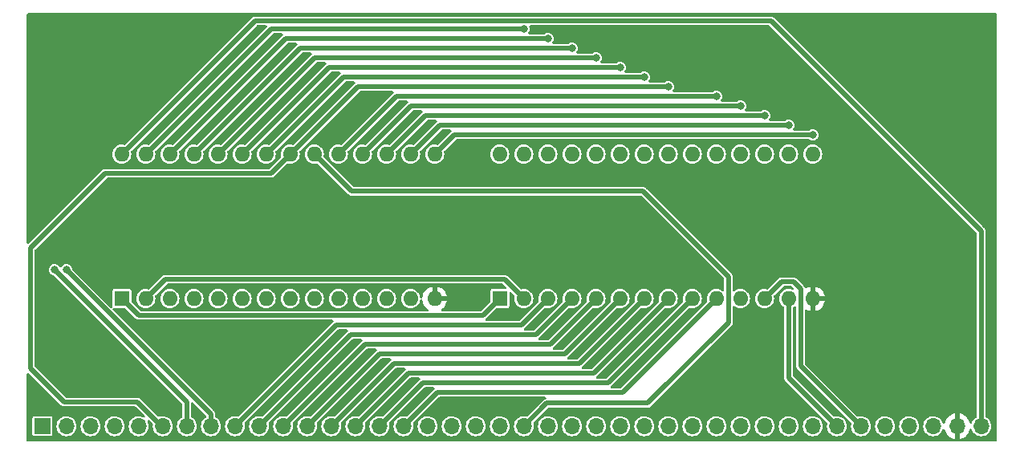
<source format=gbl>
%TF.GenerationSoftware,KiCad,Pcbnew,7.0.1*%
%TF.CreationDate,2024-02-11T14:51:01+00:00*%
%TF.ProjectId,Sys09Memory,53797330-394d-4656-9d6f-72792e6b6963,rev?*%
%TF.SameCoordinates,Original*%
%TF.FileFunction,Copper,L2,Bot*%
%TF.FilePolarity,Positive*%
%FSLAX46Y46*%
G04 Gerber Fmt 4.6, Leading zero omitted, Abs format (unit mm)*
G04 Created by KiCad (PCBNEW 7.0.1) date 2024-02-11 14:51:01*
%MOMM*%
%LPD*%
G01*
G04 APERTURE LIST*
%TA.AperFunction,ComponentPad*%
%ADD10R,1.600000X1.600000*%
%TD*%
%TA.AperFunction,ComponentPad*%
%ADD11O,1.600000X1.600000*%
%TD*%
%TA.AperFunction,ComponentPad*%
%ADD12R,1.700000X1.700000*%
%TD*%
%TA.AperFunction,ComponentPad*%
%ADD13O,1.700000X1.700000*%
%TD*%
%TA.AperFunction,ViaPad*%
%ADD14C,0.800000*%
%TD*%
%TA.AperFunction,Conductor*%
%ADD15C,0.508000*%
%TD*%
G04 APERTURE END LIST*
D10*
%TO.P,U1,1,A14*%
%TO.N,/A14*%
X105783000Y-122055000D03*
D11*
%TO.P,U1,2,A12*%
%TO.N,/A12*%
X108323000Y-122055000D03*
%TO.P,U1,3,A7*%
%TO.N,/A7*%
X110863000Y-122055000D03*
%TO.P,U1,4,A6*%
%TO.N,/A6*%
X113403000Y-122055000D03*
%TO.P,U1,5,A5*%
%TO.N,/A5*%
X115943000Y-122055000D03*
%TO.P,U1,6,A4*%
%TO.N,/A4*%
X118483000Y-122055000D03*
%TO.P,U1,7,A3*%
%TO.N,/A3*%
X121023000Y-122055000D03*
%TO.P,U1,8,A2*%
%TO.N,/A2*%
X123563000Y-122055000D03*
%TO.P,U1,9,A1*%
%TO.N,/A1*%
X126103000Y-122055000D03*
%TO.P,U1,10,A0*%
%TO.N,/A0*%
X128643000Y-122055000D03*
%TO.P,U1,11,D0*%
%TO.N,/DA0*%
X131183000Y-122055000D03*
%TO.P,U1,12,D1*%
%TO.N,/DA1*%
X133723000Y-122055000D03*
%TO.P,U1,13,D2*%
%TO.N,/DA2*%
X136263000Y-122055000D03*
%TO.P,U1,14,GND*%
%TO.N,GND*%
X138803000Y-122055000D03*
%TO.P,U1,15,D3*%
%TO.N,/DA3*%
X138803000Y-106815000D03*
%TO.P,U1,16,D4*%
%TO.N,/DA4*%
X136263000Y-106815000D03*
%TO.P,U1,17,D5*%
%TO.N,/DA5*%
X133723000Y-106815000D03*
%TO.P,U1,18,D6*%
%TO.N,/DA6*%
X131183000Y-106815000D03*
%TO.P,U1,19,D7*%
%TO.N,/DA7*%
X128643000Y-106815000D03*
%TO.P,U1,20,CS*%
%TO.N,/~{ROMEN}*%
X126103000Y-106815000D03*
%TO.P,U1,21,A10*%
%TO.N,/A10*%
X123563000Y-106815000D03*
%TO.P,U1,22,OE*%
%TO.N,/~{RMEM}*%
X121023000Y-106815000D03*
%TO.P,U1,23,A11*%
%TO.N,/A11*%
X118483000Y-106815000D03*
%TO.P,U1,24,A9*%
%TO.N,/A9*%
X115943000Y-106815000D03*
%TO.P,U1,25,A8*%
%TO.N,/A8*%
X113403000Y-106815000D03*
%TO.P,U1,26,A13*%
%TO.N,/A13*%
X110863000Y-106815000D03*
%TO.P,U1,27,WE*%
%TO.N,/~{WMEM}*%
X108323000Y-106815000D03*
%TO.P,U1,28,VCC*%
%TO.N,VCC*%
X105783000Y-106815000D03*
%TD*%
D10*
%TO.P,U2,1,A14*%
%TO.N,/A14*%
X145661000Y-122055000D03*
D11*
%TO.P,U2,2,A12*%
%TO.N,/A12*%
X148201000Y-122055000D03*
%TO.P,U2,3,A7*%
%TO.N,/A7*%
X150741000Y-122055000D03*
%TO.P,U2,4,A6*%
%TO.N,/A6*%
X153281000Y-122055000D03*
%TO.P,U2,5,A5*%
%TO.N,/A5*%
X155821000Y-122055000D03*
%TO.P,U2,6,A4*%
%TO.N,/A4*%
X158361000Y-122055000D03*
%TO.P,U2,7,A3*%
%TO.N,/A3*%
X160901000Y-122055000D03*
%TO.P,U2,8,A2*%
%TO.N,/A2*%
X163441000Y-122055000D03*
%TO.P,U2,9,A1*%
%TO.N,/A1*%
X165981000Y-122055000D03*
%TO.P,U2,10,A0*%
%TO.N,/A0*%
X168521000Y-122055000D03*
%TO.P,U2,11,D0*%
%TO.N,/DA0*%
X171061000Y-122055000D03*
%TO.P,U2,12,D1*%
%TO.N,/DA1*%
X173601000Y-122055000D03*
%TO.P,U2,13,D2*%
%TO.N,/DA2*%
X176141000Y-122055000D03*
%TO.P,U2,14,GND*%
%TO.N,GND*%
X178681000Y-122055000D03*
%TO.P,U2,15,D3*%
%TO.N,/DA3*%
X178681000Y-106815000D03*
%TO.P,U2,16,D4*%
%TO.N,/DA4*%
X176141000Y-106815000D03*
%TO.P,U2,17,D5*%
%TO.N,/DA5*%
X173601000Y-106815000D03*
%TO.P,U2,18,D6*%
%TO.N,/DA6*%
X171061000Y-106815000D03*
%TO.P,U2,19,D7*%
%TO.N,/DA7*%
X168521000Y-106815000D03*
%TO.P,U2,20,~{CS}*%
%TO.N,/A15*%
X165981000Y-106815000D03*
%TO.P,U2,21,A10*%
%TO.N,/A10*%
X163441000Y-106815000D03*
%TO.P,U2,22,~{OE}*%
%TO.N,/~{RMEM}*%
X160901000Y-106815000D03*
%TO.P,U2,23,A11*%
%TO.N,/A11*%
X158361000Y-106815000D03*
%TO.P,U2,24,A9*%
%TO.N,/A9*%
X155821000Y-106815000D03*
%TO.P,U2,25,A8*%
%TO.N,/A8*%
X153281000Y-106815000D03*
%TO.P,U2,26,A13*%
%TO.N,/A13*%
X150741000Y-106815000D03*
%TO.P,U2,27,~{WE}*%
%TO.N,/~{WMEM}*%
X148201000Y-106815000D03*
%TO.P,U2,28,VCC*%
%TO.N,VCC*%
X145661000Y-106815000D03*
%TD*%
D12*
%TO.P,J1,1,Pin_1*%
%TO.N,/A15*%
X97401000Y-135517000D03*
D13*
%TO.P,J1,2,Pin_2*%
%TO.N,/A14*%
X99941000Y-135517000D03*
%TO.P,J1,3,Pin_3*%
%TO.N,/A13*%
X102481000Y-135517000D03*
%TO.P,J1,4,Pin_4*%
%TO.N,/A12*%
X105021000Y-135517000D03*
%TO.P,J1,5,Pin_5*%
%TO.N,/A11*%
X107561000Y-135517000D03*
%TO.P,J1,6,Pin_6*%
%TO.N,/A10*%
X110101000Y-135517000D03*
%TO.P,J1,7,Pin_7*%
%TO.N,/A9*%
X112641000Y-135517000D03*
%TO.P,J1,8,Pin_8*%
%TO.N,/A8*%
X115181000Y-135517000D03*
%TO.P,J1,9,Pin_9*%
%TO.N,/A7*%
X117721000Y-135517000D03*
%TO.P,J1,10,Pin_10*%
%TO.N,/A6*%
X120261000Y-135517000D03*
%TO.P,J1,11,Pin_11*%
%TO.N,/A5*%
X122801000Y-135517000D03*
%TO.P,J1,12,Pin_12*%
%TO.N,/A4*%
X125341000Y-135517000D03*
%TO.P,J1,13,Pin_13*%
%TO.N,/A3*%
X127881000Y-135517000D03*
%TO.P,J1,14,Pin_14*%
%TO.N,/A2*%
X130421000Y-135517000D03*
%TO.P,J1,15,Pin_15*%
%TO.N,/A1*%
X132961000Y-135517000D03*
%TO.P,J1,16,Pin_16*%
%TO.N,/A0*%
X135501000Y-135517000D03*
%TO.P,J1,17,Pin_17*%
%TO.N,unconnected-(J1-Pin_17-Pad17)*%
X138041000Y-135517000D03*
%TO.P,J1,18,Pin_18*%
%TO.N,unconnected-(J1-Pin_18-Pad18)*%
X140581000Y-135517000D03*
%TO.P,J1,19,Pin_19*%
%TO.N,/~{IRQ}*%
X143121000Y-135517000D03*
%TO.P,J1,20,Pin_20*%
%TO.N,/~{WMEM}*%
X145661000Y-135517000D03*
%TO.P,J1,21,Pin_21*%
%TO.N,/~{ROMEN}*%
X148201000Y-135517000D03*
%TO.P,J1,22,Pin_22*%
%TO.N,/~{RMEM}*%
X150741000Y-135517000D03*
%TO.P,J1,23,Pin_23*%
%TO.N,/~{IOEN}*%
X153281000Y-135517000D03*
%TO.P,J1,24,Pin_24*%
%TO.N,/RW*%
X155821000Y-135517000D03*
%TO.P,J1,25,Pin_25*%
%TO.N,/E*%
X158361000Y-135517000D03*
%TO.P,J1,26,Pin_26*%
%TO.N,/~{RST}*%
X160901000Y-135517000D03*
%TO.P,J1,27,Pin_27*%
%TO.N,unconnected-(J1-Pin_27-Pad27)*%
X163441000Y-135517000D03*
%TO.P,J1,28,Pin_28*%
%TO.N,unconnected-(J1-Pin_28-Pad28)*%
X165981000Y-135517000D03*
%TO.P,J1,29,Pin_29*%
%TO.N,/DA7*%
X168521000Y-135517000D03*
%TO.P,J1,30,Pin_30*%
%TO.N,/DA6*%
X171061000Y-135517000D03*
%TO.P,J1,31,Pin_31*%
%TO.N,/DA5*%
X173601000Y-135517000D03*
%TO.P,J1,32,Pin_32*%
%TO.N,/DA4*%
X176141000Y-135517000D03*
%TO.P,J1,33,Pin_33*%
%TO.N,/DA3*%
X178681000Y-135517000D03*
%TO.P,J1,34,Pin_34*%
%TO.N,/DA2*%
X181221000Y-135517000D03*
%TO.P,J1,35,Pin_35*%
%TO.N,/DA1*%
X183761000Y-135517000D03*
%TO.P,J1,36,Pin_36*%
%TO.N,/DA0*%
X186301000Y-135517000D03*
%TO.P,J1,37,Pin_37*%
%TO.N,unconnected-(J1-Pin_37-Pad37)*%
X188841000Y-135517000D03*
%TO.P,J1,38,Pin_38*%
%TO.N,unconnected-(J1-Pin_38-Pad38)*%
X191381000Y-135517000D03*
%TO.P,J1,39,Pin_39*%
%TO.N,GND*%
X193921000Y-135517000D03*
%TO.P,J1,40,Pin_40*%
%TO.N,VCC*%
X196461000Y-135517000D03*
%TD*%
D14*
%TO.N,/A13*%
X150741000Y-94623000D03*
%TO.N,/A11*%
X158361000Y-97671000D03*
%TO.N,/A10*%
X163441000Y-99703000D03*
%TO.N,/A9*%
X155821000Y-96655000D03*
X98671000Y-119007000D03*
%TO.N,/A8*%
X153281000Y-95639000D03*
X99941000Y-119007000D03*
%TO.N,/~{RMEM}*%
X160901000Y-98687000D03*
%TO.N,/~{WMEM}*%
X148201000Y-93607000D03*
%TO.N,/DA7*%
X168521000Y-100719000D03*
%TO.N,/DA6*%
X171061000Y-101735000D03*
%TO.N,/DA5*%
X173601000Y-102751000D03*
%TO.N,/DA4*%
X176141000Y-103767000D03*
%TO.N,/DA3*%
X178681000Y-104783000D03*
%TD*%
D15*
%TO.N,/A14*%
X107561000Y-123833000D02*
X105783000Y-122055000D01*
X143883000Y-123833000D02*
X107561000Y-123833000D01*
X145661000Y-122055000D02*
X143883000Y-123833000D01*
%TO.N,/A13*%
X150741000Y-94623000D02*
X123055000Y-94623000D01*
X123055000Y-94623000D02*
X110863000Y-106815000D01*
%TO.N,/A12*%
X110355000Y-120023000D02*
X146169000Y-120023000D01*
X108323000Y-122055000D02*
X110355000Y-120023000D01*
X146169000Y-120023000D02*
X148201000Y-122055000D01*
%TO.N,/A11*%
X158361000Y-97671000D02*
X127627000Y-97671000D01*
X127627000Y-97671000D02*
X118483000Y-106815000D01*
%TO.N,/A10*%
X121531000Y-108847000D02*
X123563000Y-106815000D01*
X96131000Y-129421000D02*
X96131000Y-116721000D01*
X109974000Y-135517000D02*
X107434000Y-132977000D01*
X107434000Y-132977000D02*
X99687000Y-132977000D01*
X130675000Y-99703000D02*
X123563000Y-106815000D01*
X99687000Y-132977000D02*
X96131000Y-129421000D01*
X104005000Y-108847000D02*
X121531000Y-108847000D01*
X110101000Y-135517000D02*
X109974000Y-135517000D01*
X163441000Y-99703000D02*
X130675000Y-99703000D01*
X96131000Y-116721000D02*
X104005000Y-108847000D01*
%TO.N,/A9*%
X155821000Y-96655000D02*
X126103000Y-96655000D01*
X98671000Y-119007000D02*
X112641000Y-132977000D01*
X126103000Y-96655000D02*
X115943000Y-106815000D01*
X112641000Y-132977000D02*
X112641000Y-135517000D01*
%TO.N,/A8*%
X153281000Y-95639000D02*
X124579000Y-95639000D01*
X124579000Y-95639000D02*
X113403000Y-106815000D01*
X115181000Y-134247000D02*
X99941000Y-119007000D01*
X115181000Y-135517000D02*
X115181000Y-134247000D01*
%TO.N,/A7*%
X117721000Y-135517000D02*
X128389000Y-124849000D01*
X128389000Y-124849000D02*
X147947000Y-124849000D01*
X147947000Y-124849000D02*
X150741000Y-122055000D01*
%TO.N,/A6*%
X120261000Y-135517000D02*
X129913000Y-125865000D01*
X149471000Y-125865000D02*
X153281000Y-122055000D01*
X129913000Y-125865000D02*
X149471000Y-125865000D01*
%TO.N,/A5*%
X150995000Y-126881000D02*
X155821000Y-122055000D01*
X131437000Y-126881000D02*
X150995000Y-126881000D01*
X122801000Y-135517000D02*
X131437000Y-126881000D01*
%TO.N,/A4*%
X132961000Y-127897000D02*
X152519000Y-127897000D01*
X125341000Y-135517000D02*
X132961000Y-127897000D01*
X152519000Y-127897000D02*
X158361000Y-122055000D01*
%TO.N,/A3*%
X127881000Y-135517000D02*
X134485000Y-128913000D01*
X134485000Y-128913000D02*
X154043000Y-128913000D01*
X154043000Y-128913000D02*
X160901000Y-122055000D01*
%TO.N,/A2*%
X136009000Y-129929000D02*
X155567000Y-129929000D01*
X155567000Y-129929000D02*
X163441000Y-122055000D01*
X130421000Y-135517000D02*
X136009000Y-129929000D01*
%TO.N,/A1*%
X132961000Y-135517000D02*
X137533000Y-130945000D01*
X137533000Y-130945000D02*
X157091000Y-130945000D01*
X157091000Y-130945000D02*
X165981000Y-122055000D01*
%TO.N,/A0*%
X158615000Y-131961000D02*
X168521000Y-122055000D01*
X139057000Y-131961000D02*
X158615000Y-131961000D01*
X135501000Y-135517000D02*
X139057000Y-131961000D01*
%TO.N,/~{RMEM}*%
X129151000Y-98687000D02*
X121023000Y-106815000D01*
X160901000Y-98687000D02*
X129151000Y-98687000D01*
%TO.N,/~{ROMEN}*%
X169775000Y-119737000D02*
X160782000Y-110744000D01*
X169775000Y-124611000D02*
X169775000Y-119737000D01*
X160782000Y-110744000D02*
X130032000Y-110744000D01*
X161290000Y-133096000D02*
X169775000Y-124611000D01*
X130032000Y-110744000D02*
X126103000Y-106815000D01*
X148201000Y-135517000D02*
X150622000Y-133096000D01*
X150622000Y-133096000D02*
X161290000Y-133096000D01*
%TO.N,/~{WMEM}*%
X148201000Y-93607000D02*
X121531000Y-93607000D01*
X121531000Y-93607000D02*
X108323000Y-106815000D01*
%TO.N,/DA7*%
X168521000Y-100719000D02*
X134739000Y-100719000D01*
X134739000Y-100719000D02*
X128643000Y-106815000D01*
%TO.N,/DA6*%
X171061000Y-101735000D02*
X136263000Y-101735000D01*
X136263000Y-101735000D02*
X131183000Y-106815000D01*
%TO.N,/DA5*%
X137787000Y-102751000D02*
X133723000Y-106815000D01*
X173601000Y-102751000D02*
X137787000Y-102751000D01*
%TO.N,/DA4*%
X139311000Y-103767000D02*
X136263000Y-106815000D01*
X176141000Y-103767000D02*
X139311000Y-103767000D01*
%TO.N,/DA3*%
X140835000Y-104783000D02*
X148963000Y-104783000D01*
X148963000Y-104783000D02*
X178681000Y-104783000D01*
X138803000Y-106815000D02*
X140835000Y-104783000D01*
%TO.N,/DA2*%
X176141000Y-122055000D02*
X176141000Y-130437000D01*
X176141000Y-130437000D02*
X181221000Y-135517000D01*
%TO.N,/DA1*%
X176649000Y-120277000D02*
X175379000Y-120277000D01*
X175379000Y-120277000D02*
X173601000Y-122055000D01*
X183761000Y-135517000D02*
X177395000Y-129151000D01*
X177395000Y-129151000D02*
X177395000Y-121023000D01*
X177395000Y-121023000D02*
X176649000Y-120277000D01*
%TO.N,VCC*%
X196461000Y-114938000D02*
X196461000Y-135517000D01*
X174276000Y-92753000D02*
X196461000Y-114938000D01*
X105783000Y-106815000D02*
X119845000Y-92753000D01*
X119845000Y-92753000D02*
X174276000Y-92753000D01*
%TD*%
%TA.AperFunction,Conductor*%
%TO.N,GND*%
G36*
X198057000Y-91964881D02*
G01*
X198103119Y-92011000D01*
X198120000Y-92074000D01*
X198120000Y-137034000D01*
X198103119Y-137097000D01*
X198057000Y-137143119D01*
X197994000Y-137160000D01*
X95884000Y-137160000D01*
X95821000Y-137143119D01*
X95774881Y-137097000D01*
X95758000Y-137034000D01*
X95758000Y-136386747D01*
X96350500Y-136386747D01*
X96362133Y-136445231D01*
X96406447Y-136511552D01*
X96450761Y-136541162D01*
X96472769Y-136555867D01*
X96531252Y-136567500D01*
X98270747Y-136567500D01*
X98270748Y-136567500D01*
X98329231Y-136555867D01*
X98395552Y-136511552D01*
X98439867Y-136445231D01*
X98451500Y-136386748D01*
X98451500Y-135517000D01*
X98885416Y-135517000D01*
X98905699Y-135722929D01*
X98905699Y-135722931D01*
X98905700Y-135722934D01*
X98965767Y-135920951D01*
X98965769Y-135920956D01*
X99063314Y-136103449D01*
X99194589Y-136263410D01*
X99344877Y-136386747D01*
X99354550Y-136394685D01*
X99537046Y-136492232D01*
X99735066Y-136552300D01*
X99941000Y-136572583D01*
X100146934Y-136552300D01*
X100344954Y-136492232D01*
X100527450Y-136394685D01*
X100687410Y-136263410D01*
X100818685Y-136103450D01*
X100916232Y-135920954D01*
X100976300Y-135722934D01*
X100996583Y-135517000D01*
X101425416Y-135517000D01*
X101445699Y-135722929D01*
X101445699Y-135722931D01*
X101445700Y-135722934D01*
X101505767Y-135920951D01*
X101505769Y-135920956D01*
X101603314Y-136103449D01*
X101734589Y-136263410D01*
X101884877Y-136386747D01*
X101894550Y-136394685D01*
X102077046Y-136492232D01*
X102275066Y-136552300D01*
X102481000Y-136572583D01*
X102686934Y-136552300D01*
X102884954Y-136492232D01*
X103067450Y-136394685D01*
X103227410Y-136263410D01*
X103358685Y-136103450D01*
X103456232Y-135920954D01*
X103516300Y-135722934D01*
X103536583Y-135517000D01*
X103965416Y-135517000D01*
X103985699Y-135722929D01*
X103985699Y-135722931D01*
X103985700Y-135722934D01*
X104045767Y-135920951D01*
X104045769Y-135920956D01*
X104143314Y-136103449D01*
X104274589Y-136263410D01*
X104424877Y-136386747D01*
X104434550Y-136394685D01*
X104617046Y-136492232D01*
X104815066Y-136552300D01*
X105021000Y-136572583D01*
X105226934Y-136552300D01*
X105424954Y-136492232D01*
X105607450Y-136394685D01*
X105767410Y-136263410D01*
X105898685Y-136103450D01*
X105996232Y-135920954D01*
X106056300Y-135722934D01*
X106076583Y-135517000D01*
X106056300Y-135311066D01*
X105996232Y-135113046D01*
X105898685Y-134930550D01*
X105847722Y-134868451D01*
X105767410Y-134770589D01*
X105607449Y-134639314D01*
X105424956Y-134541769D01*
X105424955Y-134541768D01*
X105424954Y-134541768D01*
X105226934Y-134481700D01*
X105226931Y-134481699D01*
X105226929Y-134481699D01*
X105021000Y-134461416D01*
X104815070Y-134481699D01*
X104815067Y-134481699D01*
X104815066Y-134481700D01*
X104646719Y-134532767D01*
X104617043Y-134541769D01*
X104434550Y-134639314D01*
X104274589Y-134770589D01*
X104143314Y-134930550D01*
X104045769Y-135113043D01*
X104045769Y-135113044D01*
X104045768Y-135113046D01*
X104016741Y-135208738D01*
X103985699Y-135311070D01*
X103965416Y-135517000D01*
X103536583Y-135517000D01*
X103516300Y-135311066D01*
X103456232Y-135113046D01*
X103358685Y-134930550D01*
X103307722Y-134868451D01*
X103227410Y-134770589D01*
X103067449Y-134639314D01*
X102884956Y-134541769D01*
X102884955Y-134541768D01*
X102884954Y-134541768D01*
X102686934Y-134481700D01*
X102686931Y-134481699D01*
X102686929Y-134481699D01*
X102481000Y-134461416D01*
X102275070Y-134481699D01*
X102275067Y-134481699D01*
X102275066Y-134481700D01*
X102106719Y-134532767D01*
X102077043Y-134541769D01*
X101894550Y-134639314D01*
X101734589Y-134770589D01*
X101603314Y-134930550D01*
X101505769Y-135113043D01*
X101505769Y-135113044D01*
X101505768Y-135113046D01*
X101476741Y-135208738D01*
X101445699Y-135311070D01*
X101425416Y-135517000D01*
X100996583Y-135517000D01*
X100976300Y-135311066D01*
X100916232Y-135113046D01*
X100818685Y-134930550D01*
X100767722Y-134868451D01*
X100687410Y-134770589D01*
X100527449Y-134639314D01*
X100344956Y-134541769D01*
X100344955Y-134541768D01*
X100344954Y-134541768D01*
X100146934Y-134481700D01*
X100146931Y-134481699D01*
X100146929Y-134481699D01*
X99941000Y-134461416D01*
X99735070Y-134481699D01*
X99735067Y-134481699D01*
X99735066Y-134481700D01*
X99566719Y-134532767D01*
X99537043Y-134541769D01*
X99354550Y-134639314D01*
X99194589Y-134770589D01*
X99063314Y-134930550D01*
X98965769Y-135113043D01*
X98965769Y-135113044D01*
X98965768Y-135113046D01*
X98936741Y-135208738D01*
X98905699Y-135311070D01*
X98885416Y-135517000D01*
X98451500Y-135517000D01*
X98451500Y-134647252D01*
X98439867Y-134588769D01*
X98408462Y-134541769D01*
X98395552Y-134522447D01*
X98329231Y-134478133D01*
X98270748Y-134466500D01*
X96531252Y-134466500D01*
X96504969Y-134471728D01*
X96472768Y-134478133D01*
X96406447Y-134522447D01*
X96362133Y-134588768D01*
X96350500Y-134647253D01*
X96350500Y-136386747D01*
X95758000Y-136386747D01*
X95758000Y-129994950D01*
X95771733Y-129937747D01*
X95809939Y-129893014D01*
X95864289Y-129870501D01*
X95922936Y-129875117D01*
X95973095Y-129905855D01*
X99342556Y-133275316D01*
X99351972Y-133285851D01*
X99374369Y-133313936D01*
X99422021Y-133346424D01*
X99425841Y-133349134D01*
X99471154Y-133382577D01*
X99477197Y-133387037D01*
X99481674Y-133389296D01*
X99487570Y-133391114D01*
X99487572Y-133391116D01*
X99542679Y-133408114D01*
X99547140Y-133409582D01*
X99607376Y-133430659D01*
X99612323Y-133431500D01*
X99618495Y-133431500D01*
X99676158Y-133431500D01*
X99680868Y-133431587D01*
X99738462Y-133433743D01*
X99738464Y-133433742D01*
X99744631Y-133433973D01*
X99763422Y-133431500D01*
X107193550Y-133431500D01*
X107241768Y-133441091D01*
X107282645Y-133468405D01*
X108204416Y-134390176D01*
X108238393Y-134452268D01*
X108233533Y-134522882D01*
X108191369Y-134579733D01*
X108125207Y-134604883D01*
X108055925Y-134590393D01*
X107964956Y-134541769D01*
X107964955Y-134541768D01*
X107964954Y-134541768D01*
X107766934Y-134481700D01*
X107766931Y-134481699D01*
X107766929Y-134481699D01*
X107561000Y-134461416D01*
X107355070Y-134481699D01*
X107355067Y-134481699D01*
X107355066Y-134481700D01*
X107186719Y-134532767D01*
X107157043Y-134541769D01*
X106974550Y-134639314D01*
X106814589Y-134770589D01*
X106683314Y-134930550D01*
X106585769Y-135113043D01*
X106585769Y-135113044D01*
X106585768Y-135113046D01*
X106556741Y-135208738D01*
X106525699Y-135311070D01*
X106505416Y-135517000D01*
X106525699Y-135722929D01*
X106525699Y-135722931D01*
X106525700Y-135722934D01*
X106585767Y-135920951D01*
X106585769Y-135920956D01*
X106683314Y-136103449D01*
X106814589Y-136263410D01*
X106964877Y-136386747D01*
X106974550Y-136394685D01*
X107157046Y-136492232D01*
X107355066Y-136552300D01*
X107561000Y-136572583D01*
X107766934Y-136552300D01*
X107964954Y-136492232D01*
X108147450Y-136394685D01*
X108307410Y-136263410D01*
X108438685Y-136103450D01*
X108536232Y-135920954D01*
X108596300Y-135722934D01*
X108616583Y-135517000D01*
X108596300Y-135311066D01*
X108536232Y-135113046D01*
X108487605Y-135022073D01*
X108473116Y-134952792D01*
X108498266Y-134886630D01*
X108555117Y-134844466D01*
X108625731Y-134839605D01*
X108687823Y-134873583D01*
X109028904Y-135214664D01*
X109058444Y-135261311D01*
X109065202Y-135316109D01*
X109045416Y-135516999D01*
X109065699Y-135722929D01*
X109065699Y-135722931D01*
X109065700Y-135722934D01*
X109125767Y-135920951D01*
X109125769Y-135920956D01*
X109223314Y-136103449D01*
X109354589Y-136263410D01*
X109504877Y-136386747D01*
X109514550Y-136394685D01*
X109697046Y-136492232D01*
X109895066Y-136552300D01*
X110101000Y-136572583D01*
X110306934Y-136552300D01*
X110504954Y-136492232D01*
X110687450Y-136394685D01*
X110847410Y-136263410D01*
X110978685Y-136103450D01*
X111076232Y-135920954D01*
X111136300Y-135722934D01*
X111156583Y-135517000D01*
X111136300Y-135311066D01*
X111076232Y-135113046D01*
X110978685Y-134930550D01*
X110927722Y-134868451D01*
X110847410Y-134770589D01*
X110687449Y-134639314D01*
X110504956Y-134541769D01*
X110504955Y-134541768D01*
X110504954Y-134541768D01*
X110306934Y-134481700D01*
X110306931Y-134481699D01*
X110306929Y-134481699D01*
X110101000Y-134461416D01*
X109895068Y-134481699D01*
X109726717Y-134532767D01*
X109659526Y-134534416D01*
X109601047Y-134501287D01*
X107778434Y-132678673D01*
X107769018Y-132668137D01*
X107759966Y-132656786D01*
X107746631Y-132640064D01*
X107726179Y-132626120D01*
X107698983Y-132607577D01*
X107695143Y-132604852D01*
X107643812Y-132566969D01*
X107639317Y-132564700D01*
X107578341Y-132545892D01*
X107573863Y-132544419D01*
X107513639Y-132523345D01*
X107508663Y-132522500D01*
X107502505Y-132522500D01*
X107444868Y-132522500D01*
X107440157Y-132522412D01*
X107376371Y-132520025D01*
X107357574Y-132522500D01*
X99927450Y-132522500D01*
X99879232Y-132512909D01*
X99838355Y-132485595D01*
X96622405Y-129269644D01*
X96595091Y-129228767D01*
X96585500Y-129180549D01*
X96585500Y-119007000D01*
X98065318Y-119007000D01*
X98085955Y-119163761D01*
X98146464Y-119309842D01*
X98242717Y-119435282D01*
X98368156Y-119531535D01*
X98374653Y-119534226D01*
X98514238Y-119592044D01*
X98585896Y-119601477D01*
X98625177Y-119613393D01*
X98658544Y-119637304D01*
X112149595Y-133128355D01*
X112176909Y-133169232D01*
X112186500Y-133217450D01*
X112186500Y-134493265D01*
X112168574Y-134558042D01*
X112119896Y-134604386D01*
X112118968Y-134604883D01*
X112054551Y-134639314D01*
X111894589Y-134770589D01*
X111763314Y-134930550D01*
X111665769Y-135113043D01*
X111665769Y-135113044D01*
X111665768Y-135113046D01*
X111636741Y-135208738D01*
X111605699Y-135311070D01*
X111585416Y-135517000D01*
X111605699Y-135722929D01*
X111605699Y-135722931D01*
X111605700Y-135722934D01*
X111665767Y-135920951D01*
X111665769Y-135920956D01*
X111763314Y-136103449D01*
X111894589Y-136263410D01*
X112044877Y-136386747D01*
X112054550Y-136394685D01*
X112237046Y-136492232D01*
X112435066Y-136552300D01*
X112641000Y-136572583D01*
X112846934Y-136552300D01*
X113044954Y-136492232D01*
X113227450Y-136394685D01*
X113387410Y-136263410D01*
X113518685Y-136103450D01*
X113616232Y-135920954D01*
X113676300Y-135722934D01*
X113696583Y-135517000D01*
X113676300Y-135311066D01*
X113616232Y-135113046D01*
X113518685Y-134930550D01*
X113467722Y-134868451D01*
X113387410Y-134770589D01*
X113277070Y-134680037D01*
X113227450Y-134639315D01*
X113162103Y-134604386D01*
X113113426Y-134558042D01*
X113095500Y-134493265D01*
X113095500Y-133108450D01*
X113109233Y-133051247D01*
X113147439Y-133006514D01*
X113201789Y-132984001D01*
X113260436Y-132988617D01*
X113310595Y-133019355D01*
X114689595Y-134398355D01*
X114716909Y-134439232D01*
X114726500Y-134487450D01*
X114726500Y-134493265D01*
X114708574Y-134558042D01*
X114659896Y-134604386D01*
X114658968Y-134604883D01*
X114594551Y-134639314D01*
X114434589Y-134770589D01*
X114303314Y-134930550D01*
X114205769Y-135113043D01*
X114205769Y-135113044D01*
X114205768Y-135113046D01*
X114176741Y-135208738D01*
X114145699Y-135311070D01*
X114125416Y-135517000D01*
X114145699Y-135722929D01*
X114145699Y-135722931D01*
X114145700Y-135722934D01*
X114205767Y-135920951D01*
X114205769Y-135920956D01*
X114303314Y-136103449D01*
X114434589Y-136263410D01*
X114584877Y-136386747D01*
X114594550Y-136394685D01*
X114777046Y-136492232D01*
X114975066Y-136552300D01*
X115181000Y-136572583D01*
X115386934Y-136552300D01*
X115584954Y-136492232D01*
X115767450Y-136394685D01*
X115927410Y-136263410D01*
X116058685Y-136103450D01*
X116156232Y-135920954D01*
X116216300Y-135722934D01*
X116236583Y-135517000D01*
X116216300Y-135311066D01*
X116156232Y-135113046D01*
X116058685Y-134930550D01*
X116007722Y-134868451D01*
X115927410Y-134770589D01*
X115817070Y-134680037D01*
X115767450Y-134639315D01*
X115702103Y-134604386D01*
X115653426Y-134558042D01*
X115635500Y-134493265D01*
X115635500Y-134279608D01*
X115636292Y-134265501D01*
X115640313Y-134229814D01*
X115629588Y-134173136D01*
X115628805Y-134168525D01*
X115620214Y-134111521D01*
X115620212Y-134111518D01*
X115619293Y-134105415D01*
X115617727Y-134100655D01*
X115614841Y-134095195D01*
X115614841Y-134095193D01*
X115587880Y-134044180D01*
X115585800Y-134040062D01*
X115560767Y-133988079D01*
X115560765Y-133988077D01*
X115558084Y-133982509D01*
X115555189Y-133978429D01*
X115550821Y-133974061D01*
X115510050Y-133933290D01*
X115506808Y-133929925D01*
X115506566Y-133929664D01*
X115467577Y-133887644D01*
X115467574Y-133887642D01*
X115463379Y-133883121D01*
X115448338Y-133871578D01*
X104843782Y-123267021D01*
X104811607Y-123212127D01*
X104810359Y-123148510D01*
X104840354Y-123092396D01*
X104893944Y-123058092D01*
X104957460Y-123054348D01*
X104963252Y-123055500D01*
X106088550Y-123055500D01*
X106136768Y-123065091D01*
X106177645Y-123092405D01*
X107216556Y-124131316D01*
X107225971Y-124141850D01*
X107248369Y-124169936D01*
X107296003Y-124202412D01*
X107299848Y-124205140D01*
X107351195Y-124243037D01*
X107355667Y-124245294D01*
X107361570Y-124247114D01*
X107361572Y-124247116D01*
X107416682Y-124264114D01*
X107421121Y-124265576D01*
X107475549Y-124284621D01*
X107475550Y-124284621D01*
X107481377Y-124286660D01*
X107486321Y-124287500D01*
X107492495Y-124287500D01*
X107550132Y-124287500D01*
X107554842Y-124287587D01*
X107612463Y-124289744D01*
X107612465Y-124289743D01*
X107618628Y-124289974D01*
X107637426Y-124287500D01*
X128003548Y-124287500D01*
X128060751Y-124301234D01*
X128105485Y-124339440D01*
X128127997Y-124393791D01*
X128123380Y-124452439D01*
X128092641Y-124502598D01*
X128075300Y-124519938D01*
X128071911Y-124523202D01*
X128025123Y-124566616D01*
X128013581Y-124581657D01*
X118123509Y-134471728D01*
X118065030Y-134504857D01*
X117997840Y-134503208D01*
X117926933Y-134481699D01*
X117721000Y-134461416D01*
X117515070Y-134481699D01*
X117515067Y-134481699D01*
X117515066Y-134481700D01*
X117346719Y-134532767D01*
X117317043Y-134541769D01*
X117134550Y-134639314D01*
X116974589Y-134770589D01*
X116843314Y-134930550D01*
X116745769Y-135113043D01*
X116745769Y-135113044D01*
X116745768Y-135113046D01*
X116716741Y-135208738D01*
X116685699Y-135311070D01*
X116665416Y-135517000D01*
X116685699Y-135722929D01*
X116685699Y-135722931D01*
X116685700Y-135722934D01*
X116745767Y-135920951D01*
X116745769Y-135920956D01*
X116843314Y-136103449D01*
X116974589Y-136263410D01*
X117124877Y-136386747D01*
X117134550Y-136394685D01*
X117317046Y-136492232D01*
X117515066Y-136552300D01*
X117721000Y-136572583D01*
X117926934Y-136552300D01*
X118124954Y-136492232D01*
X118307450Y-136394685D01*
X118467410Y-136263410D01*
X118598685Y-136103450D01*
X118696232Y-135920954D01*
X118756300Y-135722934D01*
X118776583Y-135517000D01*
X118756797Y-135316109D01*
X118756300Y-135311064D01*
X118734791Y-135240159D01*
X118733141Y-135172968D01*
X118766268Y-135114490D01*
X128540354Y-125340405D01*
X128581232Y-125313091D01*
X128629450Y-125303500D01*
X129527548Y-125303500D01*
X129584751Y-125317234D01*
X129629485Y-125355440D01*
X129651997Y-125409791D01*
X129647380Y-125468439D01*
X129616641Y-125518598D01*
X129599300Y-125535938D01*
X129595911Y-125539202D01*
X129549123Y-125582616D01*
X129537581Y-125597657D01*
X120663509Y-134471728D01*
X120605030Y-134504857D01*
X120537840Y-134503208D01*
X120466933Y-134481699D01*
X120261000Y-134461416D01*
X120055070Y-134481699D01*
X120055067Y-134481699D01*
X120055066Y-134481700D01*
X119886719Y-134532767D01*
X119857043Y-134541769D01*
X119674550Y-134639314D01*
X119514589Y-134770589D01*
X119383314Y-134930550D01*
X119285769Y-135113043D01*
X119285769Y-135113044D01*
X119285768Y-135113046D01*
X119256741Y-135208738D01*
X119225699Y-135311070D01*
X119205416Y-135517000D01*
X119225699Y-135722929D01*
X119225699Y-135722931D01*
X119225700Y-135722934D01*
X119285767Y-135920951D01*
X119285769Y-135920956D01*
X119383314Y-136103449D01*
X119514589Y-136263410D01*
X119664877Y-136386747D01*
X119674550Y-136394685D01*
X119857046Y-136492232D01*
X120055066Y-136552300D01*
X120261000Y-136572583D01*
X120466934Y-136552300D01*
X120664954Y-136492232D01*
X120847450Y-136394685D01*
X121007410Y-136263410D01*
X121138685Y-136103450D01*
X121236232Y-135920954D01*
X121296300Y-135722934D01*
X121316583Y-135517000D01*
X121296797Y-135316109D01*
X121296300Y-135311064D01*
X121274791Y-135240159D01*
X121273141Y-135172968D01*
X121306268Y-135114490D01*
X130064354Y-126356405D01*
X130105232Y-126329091D01*
X130153450Y-126319500D01*
X131051548Y-126319500D01*
X131108751Y-126333234D01*
X131153485Y-126371440D01*
X131175997Y-126425791D01*
X131171380Y-126484439D01*
X131140641Y-126534598D01*
X131123300Y-126551938D01*
X131119911Y-126555202D01*
X131073123Y-126598616D01*
X131061581Y-126613657D01*
X123203509Y-134471728D01*
X123145030Y-134504857D01*
X123077840Y-134503208D01*
X123006933Y-134481699D01*
X122801000Y-134461416D01*
X122595070Y-134481699D01*
X122595067Y-134481699D01*
X122595066Y-134481700D01*
X122426719Y-134532767D01*
X122397043Y-134541769D01*
X122214550Y-134639314D01*
X122054589Y-134770589D01*
X121923314Y-134930550D01*
X121825769Y-135113043D01*
X121825769Y-135113044D01*
X121825768Y-135113046D01*
X121796741Y-135208738D01*
X121765699Y-135311070D01*
X121745416Y-135516999D01*
X121765699Y-135722929D01*
X121765699Y-135722931D01*
X121765700Y-135722934D01*
X121825767Y-135920951D01*
X121825769Y-135920956D01*
X121923314Y-136103449D01*
X122054589Y-136263410D01*
X122204877Y-136386747D01*
X122214550Y-136394685D01*
X122397046Y-136492232D01*
X122595066Y-136552300D01*
X122801000Y-136572583D01*
X123006934Y-136552300D01*
X123204954Y-136492232D01*
X123387450Y-136394685D01*
X123547410Y-136263410D01*
X123678685Y-136103450D01*
X123776232Y-135920954D01*
X123836300Y-135722934D01*
X123856583Y-135517000D01*
X123836797Y-135316109D01*
X123836300Y-135311064D01*
X123814791Y-135240159D01*
X123813141Y-135172968D01*
X123846268Y-135114490D01*
X131588354Y-127372405D01*
X131629232Y-127345091D01*
X131677450Y-127335500D01*
X132575548Y-127335500D01*
X132632751Y-127349234D01*
X132677485Y-127387440D01*
X132699997Y-127441791D01*
X132695380Y-127500439D01*
X132664641Y-127550598D01*
X132647300Y-127567938D01*
X132643911Y-127571202D01*
X132597123Y-127614616D01*
X132585581Y-127629657D01*
X125743509Y-134471728D01*
X125685030Y-134504857D01*
X125617840Y-134503208D01*
X125546933Y-134481699D01*
X125341000Y-134461416D01*
X125135070Y-134481699D01*
X125135067Y-134481699D01*
X125135066Y-134481700D01*
X124966719Y-134532767D01*
X124937043Y-134541769D01*
X124754550Y-134639314D01*
X124594589Y-134770589D01*
X124463314Y-134930550D01*
X124365769Y-135113043D01*
X124365769Y-135113044D01*
X124365768Y-135113046D01*
X124336741Y-135208738D01*
X124305699Y-135311070D01*
X124285416Y-135516999D01*
X124305699Y-135722929D01*
X124305699Y-135722931D01*
X124305700Y-135722934D01*
X124365767Y-135920951D01*
X124365769Y-135920956D01*
X124463314Y-136103449D01*
X124594589Y-136263410D01*
X124744877Y-136386747D01*
X124754550Y-136394685D01*
X124937046Y-136492232D01*
X125135066Y-136552300D01*
X125341000Y-136572583D01*
X125546934Y-136552300D01*
X125744954Y-136492232D01*
X125927450Y-136394685D01*
X126087410Y-136263410D01*
X126218685Y-136103450D01*
X126316232Y-135920954D01*
X126376300Y-135722934D01*
X126396583Y-135517000D01*
X126376797Y-135316109D01*
X126376300Y-135311064D01*
X126354791Y-135240159D01*
X126353141Y-135172968D01*
X126386268Y-135114490D01*
X133112354Y-128388405D01*
X133153232Y-128361091D01*
X133201450Y-128351500D01*
X134099548Y-128351500D01*
X134156751Y-128365234D01*
X134201485Y-128403440D01*
X134223997Y-128457791D01*
X134219380Y-128516439D01*
X134188641Y-128566598D01*
X134171300Y-128583938D01*
X134167911Y-128587202D01*
X134121123Y-128630616D01*
X134109581Y-128645657D01*
X128283509Y-134471728D01*
X128225030Y-134504857D01*
X128157840Y-134503208D01*
X128086933Y-134481699D01*
X127881000Y-134461416D01*
X127675070Y-134481699D01*
X127675067Y-134481699D01*
X127675066Y-134481700D01*
X127506719Y-134532767D01*
X127477043Y-134541769D01*
X127294550Y-134639314D01*
X127134589Y-134770589D01*
X127003314Y-134930550D01*
X126905769Y-135113043D01*
X126905769Y-135113044D01*
X126905768Y-135113046D01*
X126876741Y-135208738D01*
X126845699Y-135311070D01*
X126825416Y-135516999D01*
X126845699Y-135722929D01*
X126845699Y-135722931D01*
X126845700Y-135722934D01*
X126905767Y-135920951D01*
X126905769Y-135920956D01*
X127003314Y-136103449D01*
X127134589Y-136263410D01*
X127284877Y-136386747D01*
X127294550Y-136394685D01*
X127477046Y-136492232D01*
X127675066Y-136552300D01*
X127881000Y-136572583D01*
X128086934Y-136552300D01*
X128284954Y-136492232D01*
X128467450Y-136394685D01*
X128627410Y-136263410D01*
X128758685Y-136103450D01*
X128856232Y-135920954D01*
X128916300Y-135722934D01*
X128936583Y-135517000D01*
X128916797Y-135316109D01*
X128916300Y-135311064D01*
X128894791Y-135240159D01*
X128893141Y-135172968D01*
X128926268Y-135114490D01*
X134636354Y-129404405D01*
X134677232Y-129377091D01*
X134725450Y-129367500D01*
X135623548Y-129367500D01*
X135680751Y-129381234D01*
X135725485Y-129419440D01*
X135747997Y-129473791D01*
X135743380Y-129532439D01*
X135712641Y-129582598D01*
X135695300Y-129599938D01*
X135691911Y-129603202D01*
X135645123Y-129646616D01*
X135633581Y-129661657D01*
X130823509Y-134471728D01*
X130765030Y-134504857D01*
X130697840Y-134503208D01*
X130626933Y-134481699D01*
X130421000Y-134461416D01*
X130215070Y-134481699D01*
X130215067Y-134481699D01*
X130215066Y-134481700D01*
X130046719Y-134532767D01*
X130017043Y-134541769D01*
X129834550Y-134639314D01*
X129674589Y-134770589D01*
X129543314Y-134930550D01*
X129445769Y-135113043D01*
X129445769Y-135113044D01*
X129445768Y-135113046D01*
X129416741Y-135208738D01*
X129385699Y-135311070D01*
X129365416Y-135516999D01*
X129385699Y-135722929D01*
X129385699Y-135722931D01*
X129385700Y-135722934D01*
X129445767Y-135920951D01*
X129445769Y-135920956D01*
X129543314Y-136103449D01*
X129674589Y-136263410D01*
X129824877Y-136386747D01*
X129834550Y-136394685D01*
X130017046Y-136492232D01*
X130215066Y-136552300D01*
X130421000Y-136572583D01*
X130626934Y-136552300D01*
X130824954Y-136492232D01*
X131007450Y-136394685D01*
X131167410Y-136263410D01*
X131298685Y-136103450D01*
X131396232Y-135920954D01*
X131456300Y-135722934D01*
X131476583Y-135517000D01*
X131456797Y-135316109D01*
X131456300Y-135311064D01*
X131434791Y-135240159D01*
X131433141Y-135172968D01*
X131466268Y-135114490D01*
X136160354Y-130420405D01*
X136201232Y-130393091D01*
X136249450Y-130383500D01*
X137147548Y-130383500D01*
X137204751Y-130397234D01*
X137249485Y-130435440D01*
X137271997Y-130489791D01*
X137267380Y-130548439D01*
X137236641Y-130598598D01*
X137219300Y-130615938D01*
X137215911Y-130619202D01*
X137169123Y-130662616D01*
X137157581Y-130677657D01*
X133363509Y-134471728D01*
X133305030Y-134504857D01*
X133237840Y-134503208D01*
X133166933Y-134481699D01*
X132961000Y-134461416D01*
X132755070Y-134481699D01*
X132755067Y-134481699D01*
X132755066Y-134481700D01*
X132586719Y-134532767D01*
X132557043Y-134541769D01*
X132374550Y-134639314D01*
X132214589Y-134770589D01*
X132083314Y-134930550D01*
X131985769Y-135113043D01*
X131985769Y-135113044D01*
X131985768Y-135113046D01*
X131956741Y-135208738D01*
X131925699Y-135311070D01*
X131905416Y-135516999D01*
X131925699Y-135722929D01*
X131925699Y-135722931D01*
X131925700Y-135722934D01*
X131985767Y-135920951D01*
X131985769Y-135920956D01*
X132083314Y-136103449D01*
X132214589Y-136263410D01*
X132364877Y-136386747D01*
X132374550Y-136394685D01*
X132557046Y-136492232D01*
X132755066Y-136552300D01*
X132961000Y-136572583D01*
X133166934Y-136552300D01*
X133364954Y-136492232D01*
X133547450Y-136394685D01*
X133707410Y-136263410D01*
X133838685Y-136103450D01*
X133936232Y-135920954D01*
X133996300Y-135722934D01*
X134016583Y-135517000D01*
X133996797Y-135316109D01*
X133996300Y-135311064D01*
X133974791Y-135240159D01*
X133973141Y-135172968D01*
X134006268Y-135114490D01*
X137684354Y-131436405D01*
X137725232Y-131409091D01*
X137773450Y-131399500D01*
X138671548Y-131399500D01*
X138728751Y-131413234D01*
X138773485Y-131451440D01*
X138795997Y-131505791D01*
X138791380Y-131564439D01*
X138760641Y-131614598D01*
X138743300Y-131631938D01*
X138739911Y-131635202D01*
X138693123Y-131678616D01*
X138681581Y-131693657D01*
X135903509Y-134471728D01*
X135845030Y-134504857D01*
X135777840Y-134503208D01*
X135706933Y-134481699D01*
X135501000Y-134461416D01*
X135295070Y-134481699D01*
X135295067Y-134481699D01*
X135295066Y-134481700D01*
X135126719Y-134532767D01*
X135097043Y-134541769D01*
X134914550Y-134639314D01*
X134754589Y-134770589D01*
X134623314Y-134930550D01*
X134525769Y-135113043D01*
X134525769Y-135113044D01*
X134525768Y-135113046D01*
X134496741Y-135208738D01*
X134465699Y-135311070D01*
X134445416Y-135516999D01*
X134465699Y-135722929D01*
X134465699Y-135722931D01*
X134465700Y-135722934D01*
X134525767Y-135920951D01*
X134525769Y-135920956D01*
X134623314Y-136103449D01*
X134754589Y-136263410D01*
X134904877Y-136386747D01*
X134914550Y-136394685D01*
X135097046Y-136492232D01*
X135295066Y-136552300D01*
X135501000Y-136572583D01*
X135706934Y-136552300D01*
X135904954Y-136492232D01*
X136087450Y-136394685D01*
X136247410Y-136263410D01*
X136378685Y-136103450D01*
X136476232Y-135920954D01*
X136536300Y-135722934D01*
X136556583Y-135517000D01*
X136556583Y-135516999D01*
X136985416Y-135516999D01*
X137005699Y-135722929D01*
X137005699Y-135722931D01*
X137005700Y-135722934D01*
X137065767Y-135920951D01*
X137065769Y-135920956D01*
X137163314Y-136103449D01*
X137294589Y-136263410D01*
X137444877Y-136386747D01*
X137454550Y-136394685D01*
X137637046Y-136492232D01*
X137835066Y-136552300D01*
X138041000Y-136572583D01*
X138246934Y-136552300D01*
X138444954Y-136492232D01*
X138627450Y-136394685D01*
X138787410Y-136263410D01*
X138918685Y-136103450D01*
X139016232Y-135920954D01*
X139076300Y-135722934D01*
X139096583Y-135517000D01*
X139096583Y-135516999D01*
X139525416Y-135516999D01*
X139545699Y-135722929D01*
X139545699Y-135722931D01*
X139545700Y-135722934D01*
X139605767Y-135920951D01*
X139605769Y-135920956D01*
X139703314Y-136103449D01*
X139834589Y-136263410D01*
X139984877Y-136386747D01*
X139994550Y-136394685D01*
X140177046Y-136492232D01*
X140375066Y-136552300D01*
X140581000Y-136572583D01*
X140786934Y-136552300D01*
X140984954Y-136492232D01*
X141167450Y-136394685D01*
X141327410Y-136263410D01*
X141458685Y-136103450D01*
X141556232Y-135920954D01*
X141616300Y-135722934D01*
X141636583Y-135517000D01*
X141636583Y-135516999D01*
X142065416Y-135516999D01*
X142085699Y-135722929D01*
X142085699Y-135722931D01*
X142085700Y-135722934D01*
X142145767Y-135920951D01*
X142145769Y-135920956D01*
X142243314Y-136103449D01*
X142374589Y-136263410D01*
X142524877Y-136386747D01*
X142534550Y-136394685D01*
X142717046Y-136492232D01*
X142915066Y-136552300D01*
X143121000Y-136572583D01*
X143326934Y-136552300D01*
X143524954Y-136492232D01*
X143707450Y-136394685D01*
X143867410Y-136263410D01*
X143998685Y-136103450D01*
X144096232Y-135920954D01*
X144156300Y-135722934D01*
X144176583Y-135517000D01*
X144176583Y-135516999D01*
X144605416Y-135516999D01*
X144625699Y-135722929D01*
X144625699Y-135722931D01*
X144625700Y-135722934D01*
X144685767Y-135920951D01*
X144685769Y-135920956D01*
X144783314Y-136103449D01*
X144914589Y-136263410D01*
X145064877Y-136386747D01*
X145074550Y-136394685D01*
X145257046Y-136492232D01*
X145455066Y-136552300D01*
X145661000Y-136572583D01*
X145866934Y-136552300D01*
X146064954Y-136492232D01*
X146247450Y-136394685D01*
X146407410Y-136263410D01*
X146538685Y-136103450D01*
X146636232Y-135920954D01*
X146696300Y-135722934D01*
X146716583Y-135517000D01*
X146696300Y-135311066D01*
X146636232Y-135113046D01*
X146538685Y-134930550D01*
X146487722Y-134868451D01*
X146407410Y-134770589D01*
X146247449Y-134639314D01*
X146064956Y-134541769D01*
X146064955Y-134541768D01*
X146064954Y-134541768D01*
X145866934Y-134481700D01*
X145866931Y-134481699D01*
X145866929Y-134481699D01*
X145661000Y-134461416D01*
X145455070Y-134481699D01*
X145455067Y-134481699D01*
X145455066Y-134481700D01*
X145286719Y-134532767D01*
X145257043Y-134541769D01*
X145074550Y-134639314D01*
X144914589Y-134770589D01*
X144783314Y-134930550D01*
X144685769Y-135113043D01*
X144685769Y-135113044D01*
X144685768Y-135113046D01*
X144656741Y-135208738D01*
X144625699Y-135311070D01*
X144605416Y-135516999D01*
X144176583Y-135516999D01*
X144156300Y-135311066D01*
X144096232Y-135113046D01*
X143998685Y-134930550D01*
X143947722Y-134868451D01*
X143867410Y-134770589D01*
X143707449Y-134639314D01*
X143524956Y-134541769D01*
X143524955Y-134541768D01*
X143524954Y-134541768D01*
X143326934Y-134481700D01*
X143326931Y-134481699D01*
X143326929Y-134481699D01*
X143121000Y-134461416D01*
X142915070Y-134481699D01*
X142915067Y-134481699D01*
X142915066Y-134481700D01*
X142746719Y-134532767D01*
X142717043Y-134541769D01*
X142534550Y-134639314D01*
X142374589Y-134770589D01*
X142243314Y-134930550D01*
X142145769Y-135113043D01*
X142145769Y-135113044D01*
X142145768Y-135113046D01*
X142116741Y-135208738D01*
X142085699Y-135311070D01*
X142065416Y-135516999D01*
X141636583Y-135516999D01*
X141616300Y-135311066D01*
X141556232Y-135113046D01*
X141458685Y-134930550D01*
X141407722Y-134868451D01*
X141327410Y-134770589D01*
X141167449Y-134639314D01*
X140984956Y-134541769D01*
X140984955Y-134541768D01*
X140984954Y-134541768D01*
X140786934Y-134481700D01*
X140786931Y-134481699D01*
X140786929Y-134481699D01*
X140581000Y-134461416D01*
X140375070Y-134481699D01*
X140375067Y-134481699D01*
X140375066Y-134481700D01*
X140206719Y-134532767D01*
X140177043Y-134541769D01*
X139994550Y-134639314D01*
X139834589Y-134770589D01*
X139703314Y-134930550D01*
X139605769Y-135113043D01*
X139605769Y-135113044D01*
X139605768Y-135113046D01*
X139576741Y-135208738D01*
X139545699Y-135311070D01*
X139525416Y-135516999D01*
X139096583Y-135516999D01*
X139076300Y-135311066D01*
X139016232Y-135113046D01*
X138918685Y-134930550D01*
X138867722Y-134868451D01*
X138787410Y-134770589D01*
X138627449Y-134639314D01*
X138444956Y-134541769D01*
X138444955Y-134541768D01*
X138444954Y-134541768D01*
X138246934Y-134481700D01*
X138246931Y-134481699D01*
X138246929Y-134481699D01*
X138041000Y-134461416D01*
X137835070Y-134481699D01*
X137835067Y-134481699D01*
X137835066Y-134481700D01*
X137666719Y-134532767D01*
X137637043Y-134541769D01*
X137454550Y-134639314D01*
X137294589Y-134770589D01*
X137163314Y-134930550D01*
X137065769Y-135113043D01*
X137065769Y-135113044D01*
X137065768Y-135113046D01*
X137036741Y-135208738D01*
X137005699Y-135311070D01*
X136985416Y-135516999D01*
X136556583Y-135516999D01*
X136536797Y-135316109D01*
X136536300Y-135311064D01*
X136514791Y-135240159D01*
X136513141Y-135172968D01*
X136546268Y-135114490D01*
X139208354Y-132452405D01*
X139249232Y-132425091D01*
X139297450Y-132415500D01*
X150430155Y-132415500D01*
X150489723Y-132430470D01*
X150535137Y-132471823D01*
X150555604Y-132529733D01*
X150546263Y-132590438D01*
X150509332Y-132639515D01*
X150485521Y-132650529D01*
X150486979Y-132653288D01*
X150419216Y-132689100D01*
X150415013Y-132691221D01*
X150357529Y-132718905D01*
X150353418Y-132721821D01*
X150308297Y-132766940D01*
X150304911Y-132770202D01*
X150258123Y-132813618D01*
X150246582Y-132828656D01*
X148603509Y-134471728D01*
X148545030Y-134504857D01*
X148477840Y-134503208D01*
X148406933Y-134481699D01*
X148201000Y-134461416D01*
X147995070Y-134481699D01*
X147995067Y-134481699D01*
X147995066Y-134481700D01*
X147826719Y-134532767D01*
X147797043Y-134541769D01*
X147614550Y-134639314D01*
X147454589Y-134770589D01*
X147323314Y-134930550D01*
X147225769Y-135113043D01*
X147225769Y-135113044D01*
X147225768Y-135113046D01*
X147196741Y-135208738D01*
X147165699Y-135311070D01*
X147145416Y-135516999D01*
X147165699Y-135722929D01*
X147165699Y-135722931D01*
X147165700Y-135722934D01*
X147225767Y-135920951D01*
X147225769Y-135920956D01*
X147323314Y-136103449D01*
X147454589Y-136263410D01*
X147604877Y-136386747D01*
X147614550Y-136394685D01*
X147797046Y-136492232D01*
X147995066Y-136552300D01*
X148201000Y-136572583D01*
X148406934Y-136552300D01*
X148604954Y-136492232D01*
X148787450Y-136394685D01*
X148947410Y-136263410D01*
X149078685Y-136103450D01*
X149176232Y-135920954D01*
X149236300Y-135722934D01*
X149256583Y-135517000D01*
X149256583Y-135516999D01*
X149685416Y-135516999D01*
X149705699Y-135722929D01*
X149705699Y-135722931D01*
X149705700Y-135722934D01*
X149765767Y-135920951D01*
X149765769Y-135920956D01*
X149863314Y-136103449D01*
X149994589Y-136263410D01*
X150144877Y-136386747D01*
X150154550Y-136394685D01*
X150337046Y-136492232D01*
X150535066Y-136552300D01*
X150741000Y-136572583D01*
X150946934Y-136552300D01*
X151144954Y-136492232D01*
X151327450Y-136394685D01*
X151487410Y-136263410D01*
X151618685Y-136103450D01*
X151716232Y-135920954D01*
X151776300Y-135722934D01*
X151796583Y-135517000D01*
X151796583Y-135516999D01*
X152225416Y-135516999D01*
X152245699Y-135722929D01*
X152245699Y-135722931D01*
X152245700Y-135722934D01*
X152305767Y-135920951D01*
X152305769Y-135920956D01*
X152403314Y-136103449D01*
X152534589Y-136263410D01*
X152684877Y-136386747D01*
X152694550Y-136394685D01*
X152877046Y-136492232D01*
X153075066Y-136552300D01*
X153281000Y-136572583D01*
X153486934Y-136552300D01*
X153684954Y-136492232D01*
X153867450Y-136394685D01*
X154027410Y-136263410D01*
X154158685Y-136103450D01*
X154256232Y-135920954D01*
X154316300Y-135722934D01*
X154336583Y-135517000D01*
X154336583Y-135516999D01*
X154765416Y-135516999D01*
X154785699Y-135722929D01*
X154785699Y-135722931D01*
X154785700Y-135722934D01*
X154845767Y-135920951D01*
X154845769Y-135920956D01*
X154943314Y-136103449D01*
X155074589Y-136263410D01*
X155224877Y-136386747D01*
X155234550Y-136394685D01*
X155417046Y-136492232D01*
X155615066Y-136552300D01*
X155821000Y-136572583D01*
X156026934Y-136552300D01*
X156224954Y-136492232D01*
X156407450Y-136394685D01*
X156567410Y-136263410D01*
X156698685Y-136103450D01*
X156796232Y-135920954D01*
X156856300Y-135722934D01*
X156876583Y-135517000D01*
X156876583Y-135516999D01*
X157305416Y-135516999D01*
X157325699Y-135722929D01*
X157325699Y-135722931D01*
X157325700Y-135722934D01*
X157385767Y-135920951D01*
X157385769Y-135920956D01*
X157483314Y-136103449D01*
X157614589Y-136263410D01*
X157764877Y-136386747D01*
X157774550Y-136394685D01*
X157957046Y-136492232D01*
X158155066Y-136552300D01*
X158361000Y-136572583D01*
X158566934Y-136552300D01*
X158764954Y-136492232D01*
X158947450Y-136394685D01*
X159107410Y-136263410D01*
X159238685Y-136103450D01*
X159336232Y-135920954D01*
X159396300Y-135722934D01*
X159416583Y-135517000D01*
X159416583Y-135516999D01*
X159845416Y-135516999D01*
X159865699Y-135722929D01*
X159865699Y-135722931D01*
X159865700Y-135722934D01*
X159925767Y-135920951D01*
X159925769Y-135920956D01*
X160023314Y-136103449D01*
X160154589Y-136263410D01*
X160304877Y-136386747D01*
X160314550Y-136394685D01*
X160497046Y-136492232D01*
X160695066Y-136552300D01*
X160901000Y-136572583D01*
X161106934Y-136552300D01*
X161304954Y-136492232D01*
X161487450Y-136394685D01*
X161647410Y-136263410D01*
X161778685Y-136103450D01*
X161876232Y-135920954D01*
X161936300Y-135722934D01*
X161956583Y-135517000D01*
X161956583Y-135516999D01*
X162385416Y-135516999D01*
X162405699Y-135722929D01*
X162405699Y-135722931D01*
X162405700Y-135722934D01*
X162465767Y-135920951D01*
X162465769Y-135920956D01*
X162563314Y-136103449D01*
X162694589Y-136263410D01*
X162844877Y-136386747D01*
X162854550Y-136394685D01*
X163037046Y-136492232D01*
X163235066Y-136552300D01*
X163441000Y-136572583D01*
X163646934Y-136552300D01*
X163844954Y-136492232D01*
X164027450Y-136394685D01*
X164187410Y-136263410D01*
X164318685Y-136103450D01*
X164416232Y-135920954D01*
X164476300Y-135722934D01*
X164496583Y-135517000D01*
X164496583Y-135516999D01*
X164925416Y-135516999D01*
X164945699Y-135722929D01*
X164945699Y-135722931D01*
X164945700Y-135722934D01*
X165005767Y-135920951D01*
X165005769Y-135920956D01*
X165103314Y-136103449D01*
X165234589Y-136263410D01*
X165384877Y-136386747D01*
X165394550Y-136394685D01*
X165577046Y-136492232D01*
X165775066Y-136552300D01*
X165981000Y-136572583D01*
X166186934Y-136552300D01*
X166384954Y-136492232D01*
X166567450Y-136394685D01*
X166727410Y-136263410D01*
X166858685Y-136103450D01*
X166956232Y-135920954D01*
X167016300Y-135722934D01*
X167036583Y-135517000D01*
X167036583Y-135516999D01*
X167465416Y-135516999D01*
X167485699Y-135722929D01*
X167485699Y-135722931D01*
X167485700Y-135722934D01*
X167545767Y-135920951D01*
X167545769Y-135920956D01*
X167643314Y-136103449D01*
X167774589Y-136263410D01*
X167924877Y-136386747D01*
X167934550Y-136394685D01*
X168117046Y-136492232D01*
X168315066Y-136552300D01*
X168521000Y-136572583D01*
X168726934Y-136552300D01*
X168924954Y-136492232D01*
X169107450Y-136394685D01*
X169267410Y-136263410D01*
X169398685Y-136103450D01*
X169496232Y-135920954D01*
X169556300Y-135722934D01*
X169576583Y-135517000D01*
X169576583Y-135516999D01*
X170005416Y-135516999D01*
X170025699Y-135722929D01*
X170025699Y-135722931D01*
X170025700Y-135722934D01*
X170085767Y-135920951D01*
X170085769Y-135920956D01*
X170183314Y-136103449D01*
X170314589Y-136263410D01*
X170464877Y-136386747D01*
X170474550Y-136394685D01*
X170657046Y-136492232D01*
X170855066Y-136552300D01*
X171061000Y-136572583D01*
X171266934Y-136552300D01*
X171464954Y-136492232D01*
X171647450Y-136394685D01*
X171807410Y-136263410D01*
X171938685Y-136103450D01*
X172036232Y-135920954D01*
X172096300Y-135722934D01*
X172116583Y-135517000D01*
X172116583Y-135516999D01*
X172545416Y-135516999D01*
X172565699Y-135722929D01*
X172565699Y-135722931D01*
X172565700Y-135722934D01*
X172625767Y-135920951D01*
X172625769Y-135920956D01*
X172723314Y-136103449D01*
X172854589Y-136263410D01*
X173004877Y-136386747D01*
X173014550Y-136394685D01*
X173197046Y-136492232D01*
X173395066Y-136552300D01*
X173601000Y-136572583D01*
X173806934Y-136552300D01*
X174004954Y-136492232D01*
X174187450Y-136394685D01*
X174347410Y-136263410D01*
X174478685Y-136103450D01*
X174576232Y-135920954D01*
X174636300Y-135722934D01*
X174656583Y-135517000D01*
X174656583Y-135516999D01*
X175085416Y-135516999D01*
X175105699Y-135722929D01*
X175105699Y-135722931D01*
X175105700Y-135722934D01*
X175165767Y-135920951D01*
X175165769Y-135920956D01*
X175263314Y-136103449D01*
X175394589Y-136263410D01*
X175544877Y-136386747D01*
X175554550Y-136394685D01*
X175737046Y-136492232D01*
X175935066Y-136552300D01*
X176141000Y-136572583D01*
X176346934Y-136552300D01*
X176544954Y-136492232D01*
X176727450Y-136394685D01*
X176887410Y-136263410D01*
X177018685Y-136103450D01*
X177116232Y-135920954D01*
X177176300Y-135722934D01*
X177196583Y-135517000D01*
X177196583Y-135516999D01*
X177625416Y-135516999D01*
X177645699Y-135722929D01*
X177645699Y-135722931D01*
X177645700Y-135722934D01*
X177705767Y-135920951D01*
X177705769Y-135920956D01*
X177803314Y-136103449D01*
X177934589Y-136263410D01*
X178084877Y-136386747D01*
X178094550Y-136394685D01*
X178277046Y-136492232D01*
X178475066Y-136552300D01*
X178681000Y-136572583D01*
X178886934Y-136552300D01*
X179084954Y-136492232D01*
X179267450Y-136394685D01*
X179427410Y-136263410D01*
X179558685Y-136103450D01*
X179656232Y-135920954D01*
X179716300Y-135722934D01*
X179736583Y-135517000D01*
X179716300Y-135311066D01*
X179656232Y-135113046D01*
X179558685Y-134930550D01*
X179507722Y-134868451D01*
X179427410Y-134770589D01*
X179267449Y-134639314D01*
X179084956Y-134541769D01*
X179084955Y-134541768D01*
X179084954Y-134541768D01*
X178886934Y-134481700D01*
X178886931Y-134481699D01*
X178886929Y-134481699D01*
X178681000Y-134461416D01*
X178475070Y-134481699D01*
X178475067Y-134481699D01*
X178475066Y-134481700D01*
X178306719Y-134532767D01*
X178277043Y-134541769D01*
X178094550Y-134639314D01*
X177934589Y-134770589D01*
X177803314Y-134930550D01*
X177705769Y-135113043D01*
X177705769Y-135113044D01*
X177705768Y-135113046D01*
X177676741Y-135208738D01*
X177645699Y-135311070D01*
X177625416Y-135516999D01*
X177196583Y-135516999D01*
X177176300Y-135311066D01*
X177116232Y-135113046D01*
X177018685Y-134930550D01*
X176967722Y-134868451D01*
X176887410Y-134770589D01*
X176727449Y-134639314D01*
X176544956Y-134541769D01*
X176544955Y-134541768D01*
X176544954Y-134541768D01*
X176346934Y-134481700D01*
X176346931Y-134481699D01*
X176346929Y-134481699D01*
X176141000Y-134461416D01*
X175935070Y-134481699D01*
X175935067Y-134481699D01*
X175935066Y-134481700D01*
X175766719Y-134532767D01*
X175737043Y-134541769D01*
X175554550Y-134639314D01*
X175394589Y-134770589D01*
X175263314Y-134930550D01*
X175165769Y-135113043D01*
X175165769Y-135113044D01*
X175165768Y-135113046D01*
X175136741Y-135208738D01*
X175105699Y-135311070D01*
X175085416Y-135516999D01*
X174656583Y-135516999D01*
X174636300Y-135311066D01*
X174576232Y-135113046D01*
X174478685Y-134930550D01*
X174427722Y-134868451D01*
X174347410Y-134770589D01*
X174187449Y-134639314D01*
X174004956Y-134541769D01*
X174004955Y-134541768D01*
X174004954Y-134541768D01*
X173806934Y-134481700D01*
X173806931Y-134481699D01*
X173806929Y-134481699D01*
X173601000Y-134461416D01*
X173395070Y-134481699D01*
X173395067Y-134481699D01*
X173395066Y-134481700D01*
X173226719Y-134532767D01*
X173197043Y-134541769D01*
X173014550Y-134639314D01*
X172854589Y-134770589D01*
X172723314Y-134930550D01*
X172625769Y-135113043D01*
X172625769Y-135113044D01*
X172625768Y-135113046D01*
X172596741Y-135208738D01*
X172565699Y-135311070D01*
X172545416Y-135516999D01*
X172116583Y-135516999D01*
X172096300Y-135311066D01*
X172036232Y-135113046D01*
X171938685Y-134930550D01*
X171887722Y-134868451D01*
X171807410Y-134770589D01*
X171647449Y-134639314D01*
X171464956Y-134541769D01*
X171464955Y-134541768D01*
X171464954Y-134541768D01*
X171266934Y-134481700D01*
X171266931Y-134481699D01*
X171266929Y-134481699D01*
X171061000Y-134461416D01*
X170855070Y-134481699D01*
X170855067Y-134481699D01*
X170855066Y-134481700D01*
X170686719Y-134532767D01*
X170657043Y-134541769D01*
X170474550Y-134639314D01*
X170314589Y-134770589D01*
X170183314Y-134930550D01*
X170085769Y-135113043D01*
X170085769Y-135113044D01*
X170085768Y-135113046D01*
X170056741Y-135208738D01*
X170025699Y-135311070D01*
X170005416Y-135516999D01*
X169576583Y-135516999D01*
X169556300Y-135311066D01*
X169496232Y-135113046D01*
X169398685Y-134930550D01*
X169347722Y-134868451D01*
X169267410Y-134770589D01*
X169107449Y-134639314D01*
X168924956Y-134541769D01*
X168924955Y-134541768D01*
X168924954Y-134541768D01*
X168726934Y-134481700D01*
X168726931Y-134481699D01*
X168726929Y-134481699D01*
X168521000Y-134461416D01*
X168315070Y-134481699D01*
X168315067Y-134481699D01*
X168315066Y-134481700D01*
X168146719Y-134532767D01*
X168117043Y-134541769D01*
X167934550Y-134639314D01*
X167774589Y-134770589D01*
X167643314Y-134930550D01*
X167545769Y-135113043D01*
X167545769Y-135113044D01*
X167545768Y-135113046D01*
X167516741Y-135208738D01*
X167485699Y-135311070D01*
X167465416Y-135516999D01*
X167036583Y-135516999D01*
X167016300Y-135311066D01*
X166956232Y-135113046D01*
X166858685Y-134930550D01*
X166807722Y-134868451D01*
X166727410Y-134770589D01*
X166567449Y-134639314D01*
X166384956Y-134541769D01*
X166384955Y-134541768D01*
X166384954Y-134541768D01*
X166186934Y-134481700D01*
X166186931Y-134481699D01*
X166186929Y-134481699D01*
X165981000Y-134461416D01*
X165775070Y-134481699D01*
X165775067Y-134481699D01*
X165775066Y-134481700D01*
X165606719Y-134532767D01*
X165577043Y-134541769D01*
X165394550Y-134639314D01*
X165234589Y-134770589D01*
X165103314Y-134930550D01*
X165005769Y-135113043D01*
X165005769Y-135113044D01*
X165005768Y-135113046D01*
X164976741Y-135208738D01*
X164945699Y-135311070D01*
X164925416Y-135516999D01*
X164496583Y-135516999D01*
X164476300Y-135311066D01*
X164416232Y-135113046D01*
X164318685Y-134930550D01*
X164267722Y-134868451D01*
X164187410Y-134770589D01*
X164027449Y-134639314D01*
X163844956Y-134541769D01*
X163844955Y-134541768D01*
X163844954Y-134541768D01*
X163646934Y-134481700D01*
X163646931Y-134481699D01*
X163646929Y-134481699D01*
X163441000Y-134461416D01*
X163235070Y-134481699D01*
X163235067Y-134481699D01*
X163235066Y-134481700D01*
X163066719Y-134532767D01*
X163037043Y-134541769D01*
X162854550Y-134639314D01*
X162694589Y-134770589D01*
X162563314Y-134930550D01*
X162465769Y-135113043D01*
X162465769Y-135113044D01*
X162465768Y-135113046D01*
X162436741Y-135208738D01*
X162405699Y-135311070D01*
X162385416Y-135516999D01*
X161956583Y-135516999D01*
X161936300Y-135311066D01*
X161876232Y-135113046D01*
X161778685Y-134930550D01*
X161727722Y-134868451D01*
X161647410Y-134770589D01*
X161487449Y-134639314D01*
X161304956Y-134541769D01*
X161304955Y-134541768D01*
X161304954Y-134541768D01*
X161106934Y-134481700D01*
X161106931Y-134481699D01*
X161106929Y-134481699D01*
X160901000Y-134461416D01*
X160695070Y-134481699D01*
X160695067Y-134481699D01*
X160695066Y-134481700D01*
X160526719Y-134532767D01*
X160497043Y-134541769D01*
X160314550Y-134639314D01*
X160154589Y-134770589D01*
X160023314Y-134930550D01*
X159925769Y-135113043D01*
X159925769Y-135113044D01*
X159925768Y-135113046D01*
X159896741Y-135208738D01*
X159865699Y-135311070D01*
X159845416Y-135516999D01*
X159416583Y-135516999D01*
X159396300Y-135311066D01*
X159336232Y-135113046D01*
X159238685Y-134930550D01*
X159187722Y-134868451D01*
X159107410Y-134770589D01*
X158947449Y-134639314D01*
X158764956Y-134541769D01*
X158764955Y-134541768D01*
X158764954Y-134541768D01*
X158566934Y-134481700D01*
X158566931Y-134481699D01*
X158566929Y-134481699D01*
X158361000Y-134461416D01*
X158155070Y-134481699D01*
X158155067Y-134481699D01*
X158155066Y-134481700D01*
X157986719Y-134532767D01*
X157957043Y-134541769D01*
X157774550Y-134639314D01*
X157614589Y-134770589D01*
X157483314Y-134930550D01*
X157385769Y-135113043D01*
X157385769Y-135113044D01*
X157385768Y-135113046D01*
X157356741Y-135208738D01*
X157325699Y-135311070D01*
X157305416Y-135516999D01*
X156876583Y-135516999D01*
X156856300Y-135311066D01*
X156796232Y-135113046D01*
X156698685Y-134930550D01*
X156647722Y-134868451D01*
X156567410Y-134770589D01*
X156407449Y-134639314D01*
X156224956Y-134541769D01*
X156224955Y-134541768D01*
X156224954Y-134541768D01*
X156026934Y-134481700D01*
X156026931Y-134481699D01*
X156026929Y-134481699D01*
X155821000Y-134461416D01*
X155615070Y-134481699D01*
X155615067Y-134481699D01*
X155615066Y-134481700D01*
X155446719Y-134532767D01*
X155417043Y-134541769D01*
X155234550Y-134639314D01*
X155074589Y-134770589D01*
X154943314Y-134930550D01*
X154845769Y-135113043D01*
X154845769Y-135113044D01*
X154845768Y-135113046D01*
X154816741Y-135208738D01*
X154785699Y-135311070D01*
X154765416Y-135516999D01*
X154336583Y-135516999D01*
X154316300Y-135311066D01*
X154256232Y-135113046D01*
X154158685Y-134930550D01*
X154107722Y-134868451D01*
X154027410Y-134770589D01*
X153867449Y-134639314D01*
X153684956Y-134541769D01*
X153684955Y-134541768D01*
X153684954Y-134541768D01*
X153486934Y-134481700D01*
X153486931Y-134481699D01*
X153486929Y-134481699D01*
X153281000Y-134461416D01*
X153075070Y-134481699D01*
X153075067Y-134481699D01*
X153075066Y-134481700D01*
X152906719Y-134532767D01*
X152877043Y-134541769D01*
X152694550Y-134639314D01*
X152534589Y-134770589D01*
X152403314Y-134930550D01*
X152305769Y-135113043D01*
X152305769Y-135113044D01*
X152305768Y-135113046D01*
X152276741Y-135208738D01*
X152245699Y-135311070D01*
X152225416Y-135516999D01*
X151796583Y-135516999D01*
X151776300Y-135311066D01*
X151716232Y-135113046D01*
X151618685Y-134930550D01*
X151567722Y-134868451D01*
X151487410Y-134770589D01*
X151327449Y-134639314D01*
X151144956Y-134541769D01*
X151144955Y-134541768D01*
X151144954Y-134541768D01*
X150946934Y-134481700D01*
X150946931Y-134481699D01*
X150946929Y-134481699D01*
X150741000Y-134461416D01*
X150535070Y-134481699D01*
X150535067Y-134481699D01*
X150535066Y-134481700D01*
X150366719Y-134532767D01*
X150337043Y-134541769D01*
X150154550Y-134639314D01*
X149994589Y-134770589D01*
X149863314Y-134930550D01*
X149765769Y-135113043D01*
X149765769Y-135113044D01*
X149765768Y-135113046D01*
X149736741Y-135208738D01*
X149705699Y-135311070D01*
X149685416Y-135516999D01*
X149256583Y-135516999D01*
X149236797Y-135316109D01*
X149236300Y-135311064D01*
X149214791Y-135240159D01*
X149213141Y-135172968D01*
X149246267Y-135114491D01*
X150773357Y-133587402D01*
X150814232Y-133560091D01*
X150862450Y-133550500D01*
X161257392Y-133550500D01*
X161271497Y-133551291D01*
X161307186Y-133555313D01*
X161363871Y-133544586D01*
X161368451Y-133543808D01*
X161425479Y-133535214D01*
X161425480Y-133535213D01*
X161431594Y-133534292D01*
X161436336Y-133532732D01*
X161441805Y-133529841D01*
X161441807Y-133529841D01*
X161492791Y-133502893D01*
X161496955Y-133500791D01*
X161548921Y-133475767D01*
X161548924Y-133475763D01*
X161554497Y-133473080D01*
X161558564Y-133470195D01*
X161562937Y-133465821D01*
X161562940Y-133465820D01*
X161603720Y-133425038D01*
X161607058Y-133421822D01*
X161649356Y-133382577D01*
X161649357Y-133382573D01*
X161653883Y-133378375D01*
X161665421Y-133363337D01*
X170073327Y-124955431D01*
X170083857Y-124946022D01*
X170111936Y-124923631D01*
X170144419Y-124875986D01*
X170147148Y-124872139D01*
X170181369Y-124825773D01*
X170181369Y-124825770D01*
X170185042Y-124820795D01*
X170187294Y-124816334D01*
X170206111Y-124755327D01*
X170207577Y-124750869D01*
X170226621Y-124696451D01*
X170226621Y-124696447D01*
X170228660Y-124690621D01*
X170229500Y-124685683D01*
X170229500Y-124621868D01*
X170229588Y-124617157D01*
X170231479Y-124566616D01*
X170231744Y-124559538D01*
X170231743Y-124559535D01*
X170231974Y-124553372D01*
X170229500Y-124534575D01*
X170229500Y-122933300D01*
X170249049Y-122865890D01*
X170301628Y-122819397D01*
X170370924Y-122808248D01*
X170435433Y-122835900D01*
X170502462Y-122890910D01*
X170676273Y-122983814D01*
X170728154Y-122999552D01*
X170864867Y-123041024D01*
X171061000Y-123060341D01*
X171257132Y-123041024D01*
X171445727Y-122983814D01*
X171619538Y-122890910D01*
X171771883Y-122765883D01*
X171896910Y-122613538D01*
X171989814Y-122439727D01*
X172047024Y-122251132D01*
X172066341Y-122055000D01*
X172595658Y-122055000D01*
X172614975Y-122251132D01*
X172672185Y-122439725D01*
X172765089Y-122613537D01*
X172890116Y-122765883D01*
X173007434Y-122862163D01*
X173042462Y-122890910D01*
X173216273Y-122983814D01*
X173268154Y-122999552D01*
X173404867Y-123041024D01*
X173601000Y-123060341D01*
X173797132Y-123041024D01*
X173985727Y-122983814D01*
X174159538Y-122890910D01*
X174311883Y-122765883D01*
X174436910Y-122613538D01*
X174529814Y-122439727D01*
X174587024Y-122251132D01*
X174606341Y-122055000D01*
X174587024Y-121858868D01*
X174574701Y-121818248D01*
X174573052Y-121751057D01*
X174606178Y-121692580D01*
X175530357Y-120768402D01*
X175571232Y-120741091D01*
X175619450Y-120731500D01*
X176408550Y-120731500D01*
X176456768Y-120741091D01*
X176497645Y-120768405D01*
X176643299Y-120914059D01*
X176676121Y-120971340D01*
X176675473Y-121037355D01*
X176641533Y-121093981D01*
X176583618Y-121125673D01*
X176517628Y-121123729D01*
X176470815Y-121109528D01*
X176337132Y-121068976D01*
X176337129Y-121068975D01*
X176337127Y-121068975D01*
X176141000Y-121049658D01*
X175944867Y-121068975D01*
X175756274Y-121126185D01*
X175582462Y-121219089D01*
X175430116Y-121344116D01*
X175305089Y-121496462D01*
X175212185Y-121670274D01*
X175154975Y-121858867D01*
X175135658Y-122055000D01*
X175154975Y-122251132D01*
X175212185Y-122439725D01*
X175305089Y-122613537D01*
X175430116Y-122765883D01*
X175582461Y-122890910D01*
X175619896Y-122910919D01*
X175668574Y-122957264D01*
X175686500Y-123022041D01*
X175686500Y-130404391D01*
X175685708Y-130418498D01*
X175681686Y-130454187D01*
X175692400Y-130510809D01*
X175693189Y-130515451D01*
X175702704Y-130578576D01*
X175704276Y-130583352D01*
X175707158Y-130588806D01*
X175707159Y-130588807D01*
X175734105Y-130639792D01*
X175736216Y-130643975D01*
X175763909Y-130701480D01*
X175766815Y-130705575D01*
X175771179Y-130709939D01*
X175771180Y-130709940D01*
X175811948Y-130750708D01*
X175815191Y-130754074D01*
X175854423Y-130796356D01*
X175854425Y-130796357D01*
X175858624Y-130800882D01*
X175873661Y-130812421D01*
X180175729Y-135114489D01*
X180208858Y-135172968D01*
X180207209Y-135240159D01*
X180185699Y-135311068D01*
X180165416Y-135516999D01*
X180185699Y-135722929D01*
X180185699Y-135722931D01*
X180185700Y-135722934D01*
X180245767Y-135920951D01*
X180245769Y-135920956D01*
X180343314Y-136103449D01*
X180474589Y-136263410D01*
X180624877Y-136386747D01*
X180634550Y-136394685D01*
X180817046Y-136492232D01*
X181015066Y-136552300D01*
X181221000Y-136572583D01*
X181426934Y-136552300D01*
X181624954Y-136492232D01*
X181807450Y-136394685D01*
X181967410Y-136263410D01*
X182098685Y-136103450D01*
X182196232Y-135920954D01*
X182256300Y-135722934D01*
X182276583Y-135517000D01*
X182256300Y-135311066D01*
X182196232Y-135113046D01*
X182098685Y-134930550D01*
X182047722Y-134868451D01*
X181967410Y-134770589D01*
X181807449Y-134639314D01*
X181624956Y-134541769D01*
X181624955Y-134541768D01*
X181624954Y-134541768D01*
X181426934Y-134481700D01*
X181426931Y-134481699D01*
X181426929Y-134481699D01*
X181221000Y-134461416D01*
X181015068Y-134481699D01*
X180944159Y-134503209D01*
X180876968Y-134504858D01*
X180818489Y-134471729D01*
X176632405Y-130285644D01*
X176605091Y-130244767D01*
X176595500Y-130196549D01*
X176595500Y-123022041D01*
X176613426Y-122957264D01*
X176662104Y-122910919D01*
X176684438Y-122898981D01*
X176699538Y-122890910D01*
X176734566Y-122862162D01*
X176799076Y-122834510D01*
X176868372Y-122845659D01*
X176920951Y-122892152D01*
X176940500Y-122959562D01*
X176940500Y-129118391D01*
X176939708Y-129132498D01*
X176935686Y-129168187D01*
X176946400Y-129224809D01*
X176947189Y-129229451D01*
X176956704Y-129292576D01*
X176958276Y-129297352D01*
X176961158Y-129302806D01*
X176961159Y-129302807D01*
X176988105Y-129353792D01*
X176990216Y-129357975D01*
X177017909Y-129415480D01*
X177020815Y-129419575D01*
X177025179Y-129423939D01*
X177025180Y-129423940D01*
X177065948Y-129464708D01*
X177069191Y-129468074D01*
X177108423Y-129510356D01*
X177108425Y-129510357D01*
X177112624Y-129514882D01*
X177127661Y-129526421D01*
X182715729Y-135114489D01*
X182748858Y-135172968D01*
X182747209Y-135240159D01*
X182725699Y-135311068D01*
X182705416Y-135516999D01*
X182725699Y-135722929D01*
X182725699Y-135722931D01*
X182725700Y-135722934D01*
X182785767Y-135920951D01*
X182785769Y-135920956D01*
X182883314Y-136103449D01*
X183014589Y-136263410D01*
X183164877Y-136386747D01*
X183174550Y-136394685D01*
X183357046Y-136492232D01*
X183555066Y-136552300D01*
X183761000Y-136572583D01*
X183966934Y-136552300D01*
X184164954Y-136492232D01*
X184347450Y-136394685D01*
X184507410Y-136263410D01*
X184638685Y-136103450D01*
X184736232Y-135920954D01*
X184796300Y-135722934D01*
X184816583Y-135517000D01*
X184816583Y-135516999D01*
X185245416Y-135516999D01*
X185265699Y-135722929D01*
X185265699Y-135722931D01*
X185265700Y-135722934D01*
X185325767Y-135920951D01*
X185325769Y-135920956D01*
X185423314Y-136103449D01*
X185554589Y-136263410D01*
X185704877Y-136386747D01*
X185714550Y-136394685D01*
X185897046Y-136492232D01*
X186095066Y-136552300D01*
X186301000Y-136572583D01*
X186506934Y-136552300D01*
X186704954Y-136492232D01*
X186887450Y-136394685D01*
X187047410Y-136263410D01*
X187178685Y-136103450D01*
X187276232Y-135920954D01*
X187336300Y-135722934D01*
X187356583Y-135517000D01*
X187356583Y-135516999D01*
X187785416Y-135516999D01*
X187805699Y-135722929D01*
X187805699Y-135722931D01*
X187805700Y-135722934D01*
X187865767Y-135920951D01*
X187865769Y-135920956D01*
X187963314Y-136103449D01*
X188094589Y-136263410D01*
X188244877Y-136386747D01*
X188254550Y-136394685D01*
X188437046Y-136492232D01*
X188635066Y-136552300D01*
X188841000Y-136572583D01*
X189046934Y-136552300D01*
X189244954Y-136492232D01*
X189427450Y-136394685D01*
X189587410Y-136263410D01*
X189718685Y-136103450D01*
X189816232Y-135920954D01*
X189876300Y-135722934D01*
X189896583Y-135517000D01*
X189896583Y-135516999D01*
X190325416Y-135516999D01*
X190345699Y-135722929D01*
X190345699Y-135722931D01*
X190345700Y-135722934D01*
X190405767Y-135920951D01*
X190405769Y-135920956D01*
X190503314Y-136103449D01*
X190634589Y-136263410D01*
X190784877Y-136386747D01*
X190794550Y-136394685D01*
X190977046Y-136492232D01*
X191175066Y-136552300D01*
X191381000Y-136572583D01*
X191586934Y-136552300D01*
X191784954Y-136492232D01*
X191967450Y-136394685D01*
X192127410Y-136263410D01*
X192258685Y-136103450D01*
X192356232Y-135920954D01*
X192369807Y-135876200D01*
X192403899Y-135821142D01*
X192460839Y-135790289D01*
X192525583Y-135791794D01*
X192581027Y-135825260D01*
X192612525Y-135881845D01*
X192632178Y-135959452D01*
X192722580Y-136165548D01*
X192845678Y-136353962D01*
X192998096Y-136519533D01*
X193175697Y-136657766D01*
X193373631Y-136764883D01*
X193586485Y-136837955D01*
X193667000Y-136851391D01*
X193667000Y-134182609D01*
X193586485Y-134196044D01*
X193373631Y-134269116D01*
X193175697Y-134376233D01*
X192998096Y-134514466D01*
X192845678Y-134680037D01*
X192722580Y-134868451D01*
X192632178Y-135074547D01*
X192612525Y-135152154D01*
X192581027Y-135208739D01*
X192525583Y-135242205D01*
X192460839Y-135243710D01*
X192403900Y-135212857D01*
X192369807Y-135157799D01*
X192356232Y-135113046D01*
X192258685Y-134930550D01*
X192207722Y-134868451D01*
X192127410Y-134770589D01*
X191967449Y-134639314D01*
X191784956Y-134541769D01*
X191784955Y-134541768D01*
X191784954Y-134541768D01*
X191586934Y-134481700D01*
X191586931Y-134481699D01*
X191586929Y-134481699D01*
X191381000Y-134461416D01*
X191175070Y-134481699D01*
X191175067Y-134481699D01*
X191175066Y-134481700D01*
X191006719Y-134532767D01*
X190977043Y-134541769D01*
X190794550Y-134639314D01*
X190634589Y-134770589D01*
X190503314Y-134930550D01*
X190405769Y-135113043D01*
X190405769Y-135113044D01*
X190405768Y-135113046D01*
X190376741Y-135208738D01*
X190345699Y-135311070D01*
X190325416Y-135516999D01*
X189896583Y-135516999D01*
X189876300Y-135311066D01*
X189816232Y-135113046D01*
X189718685Y-134930550D01*
X189667722Y-134868451D01*
X189587410Y-134770589D01*
X189427449Y-134639314D01*
X189244956Y-134541769D01*
X189244955Y-134541768D01*
X189244954Y-134541768D01*
X189046934Y-134481700D01*
X189046931Y-134481699D01*
X189046929Y-134481699D01*
X188841000Y-134461416D01*
X188635070Y-134481699D01*
X188635067Y-134481699D01*
X188635066Y-134481700D01*
X188466719Y-134532767D01*
X188437043Y-134541769D01*
X188254550Y-134639314D01*
X188094589Y-134770589D01*
X187963314Y-134930550D01*
X187865769Y-135113043D01*
X187865769Y-135113044D01*
X187865768Y-135113046D01*
X187836741Y-135208738D01*
X187805699Y-135311070D01*
X187785416Y-135516999D01*
X187356583Y-135516999D01*
X187336300Y-135311066D01*
X187276232Y-135113046D01*
X187178685Y-134930550D01*
X187127722Y-134868451D01*
X187047410Y-134770589D01*
X186887449Y-134639314D01*
X186704956Y-134541769D01*
X186704955Y-134541768D01*
X186704954Y-134541768D01*
X186506934Y-134481700D01*
X186506931Y-134481699D01*
X186506929Y-134481699D01*
X186301000Y-134461416D01*
X186095070Y-134481699D01*
X186095067Y-134481699D01*
X186095066Y-134481700D01*
X185926719Y-134532767D01*
X185897043Y-134541769D01*
X185714550Y-134639314D01*
X185554589Y-134770589D01*
X185423314Y-134930550D01*
X185325769Y-135113043D01*
X185325769Y-135113044D01*
X185325768Y-135113046D01*
X185296741Y-135208738D01*
X185265699Y-135311070D01*
X185245416Y-135516999D01*
X184816583Y-135516999D01*
X184796300Y-135311066D01*
X184736232Y-135113046D01*
X184638685Y-134930550D01*
X184587722Y-134868451D01*
X184507410Y-134770589D01*
X184347449Y-134639314D01*
X184164956Y-134541769D01*
X184164955Y-134541768D01*
X184164954Y-134541768D01*
X183966934Y-134481700D01*
X183966931Y-134481699D01*
X183966929Y-134481699D01*
X183761000Y-134461416D01*
X183555068Y-134481699D01*
X183484159Y-134503209D01*
X183416968Y-134504858D01*
X183358489Y-134471729D01*
X177886405Y-128999644D01*
X177859091Y-128958767D01*
X177849500Y-128910549D01*
X177849500Y-123308264D01*
X177865032Y-123247659D01*
X177907800Y-123201997D01*
X177967259Y-123182534D01*
X178028750Y-123194069D01*
X178231929Y-123288813D01*
X178427000Y-123341082D01*
X178427000Y-122309000D01*
X178935000Y-122309000D01*
X178935000Y-123341082D01*
X179130070Y-123288813D01*
X179337498Y-123192087D01*
X179524981Y-123060810D01*
X179686810Y-122898981D01*
X179818087Y-122711498D01*
X179914813Y-122504070D01*
X179967082Y-122309000D01*
X178935000Y-122309000D01*
X178427000Y-122309000D01*
X178427000Y-120768917D01*
X178934999Y-120768917D01*
X178935000Y-120768918D01*
X178935000Y-121801000D01*
X179967082Y-121801000D01*
X179914813Y-121605929D01*
X179818087Y-121398501D01*
X179686810Y-121211018D01*
X179524981Y-121049189D01*
X179337498Y-120917912D01*
X179130070Y-120821186D01*
X178934999Y-120768917D01*
X178427000Y-120768917D01*
X178231929Y-120821186D01*
X178024499Y-120917913D01*
X178016667Y-120923398D01*
X177950155Y-120946052D01*
X177881853Y-120929565D01*
X177833001Y-120879062D01*
X177812041Y-120839405D01*
X177801891Y-120820201D01*
X177799798Y-120816057D01*
X177774767Y-120764079D01*
X177774765Y-120764077D01*
X177772085Y-120758511D01*
X177769188Y-120754428D01*
X177755851Y-120741091D01*
X177724049Y-120709289D01*
X177720807Y-120705924D01*
X177720668Y-120705775D01*
X177681577Y-120663644D01*
X177681574Y-120663642D01*
X177677378Y-120659120D01*
X177662340Y-120647580D01*
X176993430Y-119978669D01*
X176984015Y-119968133D01*
X176961631Y-119940064D01*
X176913983Y-119907577D01*
X176910143Y-119904852D01*
X176858812Y-119866969D01*
X176854317Y-119864700D01*
X176793341Y-119845892D01*
X176788863Y-119844419D01*
X176785262Y-119843159D01*
X176745351Y-119829193D01*
X176728639Y-119823345D01*
X176723663Y-119822500D01*
X176717505Y-119822500D01*
X176659868Y-119822500D01*
X176655157Y-119822412D01*
X176591371Y-119820025D01*
X176572574Y-119822500D01*
X175411609Y-119822500D01*
X175397502Y-119821708D01*
X175384615Y-119820256D01*
X175361814Y-119817687D01*
X175361813Y-119817687D01*
X175305163Y-119828405D01*
X175300521Y-119829193D01*
X175237432Y-119838702D01*
X175232638Y-119840280D01*
X175176223Y-119870096D01*
X175172020Y-119872218D01*
X175114525Y-119899906D01*
X175110419Y-119902820D01*
X175065300Y-119947938D01*
X175061910Y-119951203D01*
X175015123Y-119994616D01*
X175003581Y-120009657D01*
X173963420Y-121049818D01*
X173904940Y-121082947D01*
X173837748Y-121081297D01*
X173822593Y-121076699D01*
X173797130Y-121068975D01*
X173601000Y-121049658D01*
X173404867Y-121068975D01*
X173216274Y-121126185D01*
X173042462Y-121219089D01*
X172890116Y-121344116D01*
X172765089Y-121496462D01*
X172672185Y-121670274D01*
X172614975Y-121858867D01*
X172595658Y-122055000D01*
X172066341Y-122055000D01*
X172047024Y-121858868D01*
X172047023Y-121858866D01*
X171996580Y-121692577D01*
X171989814Y-121670273D01*
X171896910Y-121496462D01*
X171868997Y-121462450D01*
X171771883Y-121344116D01*
X171619537Y-121219089D01*
X171445725Y-121126185D01*
X171257132Y-121068975D01*
X171061000Y-121049658D01*
X170864867Y-121068975D01*
X170676274Y-121126185D01*
X170502462Y-121219089D01*
X170435434Y-121274099D01*
X170370924Y-121301752D01*
X170301628Y-121290603D01*
X170249049Y-121244110D01*
X170229500Y-121176700D01*
X170229500Y-119769616D01*
X170230292Y-119755509D01*
X170234314Y-119719814D01*
X170223589Y-119663137D01*
X170222804Y-119658515D01*
X170221649Y-119650852D01*
X170214214Y-119601521D01*
X170214213Y-119601519D01*
X170213293Y-119595415D01*
X170211727Y-119590655D01*
X170208841Y-119585195D01*
X170208841Y-119585193D01*
X170181880Y-119534180D01*
X170179800Y-119530062D01*
X170154767Y-119478079D01*
X170154765Y-119478077D01*
X170152084Y-119472509D01*
X170149189Y-119468429D01*
X170144821Y-119464061D01*
X170104050Y-119423290D01*
X170100808Y-119419925D01*
X170100566Y-119419664D01*
X170061577Y-119377644D01*
X170061574Y-119377642D01*
X170057379Y-119373121D01*
X170042338Y-119361578D01*
X161126434Y-110445673D01*
X161117018Y-110435137D01*
X161094631Y-110407064D01*
X161074179Y-110393120D01*
X161046983Y-110374577D01*
X161043143Y-110371852D01*
X160991812Y-110333969D01*
X160987317Y-110331700D01*
X160926341Y-110312892D01*
X160921863Y-110311419D01*
X160861639Y-110290345D01*
X160856663Y-110289500D01*
X160850505Y-110289500D01*
X160792868Y-110289500D01*
X160788157Y-110289412D01*
X160724371Y-110287025D01*
X160705574Y-110289500D01*
X130272450Y-110289500D01*
X130224232Y-110279909D01*
X130183355Y-110252595D01*
X127108181Y-107177421D01*
X127075052Y-107118940D01*
X127076701Y-107051751D01*
X127089024Y-107011132D01*
X127108341Y-106815000D01*
X127089024Y-106618868D01*
X127031814Y-106430273D01*
X126938910Y-106256462D01*
X126813883Y-106104116D01*
X126661537Y-105979089D01*
X126487725Y-105886185D01*
X126299132Y-105828975D01*
X126103000Y-105809658D01*
X125906867Y-105828975D01*
X125718274Y-105886185D01*
X125544462Y-105979089D01*
X125392116Y-106104116D01*
X125267089Y-106256462D01*
X125174185Y-106430274D01*
X125116975Y-106618867D01*
X125097658Y-106815000D01*
X125116975Y-107011132D01*
X125174185Y-107199725D01*
X125267089Y-107373537D01*
X125392116Y-107525883D01*
X125544462Y-107650910D01*
X125718273Y-107743814D01*
X125793978Y-107766779D01*
X125906867Y-107801024D01*
X126103000Y-107820341D01*
X126299132Y-107801024D01*
X126339751Y-107788701D01*
X126406940Y-107787052D01*
X126465421Y-107820181D01*
X129687556Y-111042316D01*
X129696972Y-111052851D01*
X129719369Y-111080936D01*
X129767021Y-111113424D01*
X129770841Y-111116134D01*
X129817227Y-111150369D01*
X129822196Y-111154036D01*
X129826674Y-111156296D01*
X129832569Y-111158114D01*
X129832572Y-111158116D01*
X129887683Y-111175114D01*
X129892110Y-111176571D01*
X129946549Y-111195621D01*
X129946552Y-111195621D01*
X129952379Y-111197660D01*
X129957320Y-111198500D01*
X129963495Y-111198500D01*
X130021132Y-111198500D01*
X130025842Y-111198587D01*
X130083462Y-111200744D01*
X130083464Y-111200743D01*
X130089627Y-111200974D01*
X130108425Y-111198500D01*
X160541550Y-111198500D01*
X160589768Y-111208091D01*
X160630645Y-111235405D01*
X169283595Y-119888355D01*
X169310909Y-119929232D01*
X169320500Y-119977450D01*
X169320500Y-121150438D01*
X169300951Y-121217848D01*
X169248372Y-121264341D01*
X169179076Y-121275490D01*
X169114566Y-121247837D01*
X169079537Y-121219089D01*
X168905725Y-121126185D01*
X168717132Y-121068975D01*
X168521000Y-121049658D01*
X168324867Y-121068975D01*
X168136274Y-121126185D01*
X167962462Y-121219089D01*
X167810116Y-121344116D01*
X167685089Y-121496462D01*
X167592185Y-121670274D01*
X167534975Y-121858867D01*
X167515658Y-122055000D01*
X167534975Y-122251130D01*
X167547297Y-122291748D01*
X167548947Y-122358940D01*
X167515818Y-122417420D01*
X158463644Y-131469595D01*
X158422767Y-131496909D01*
X158374549Y-131506500D01*
X157476450Y-131506500D01*
X157419248Y-131492767D01*
X157374515Y-131454562D01*
X157352002Y-131400213D01*
X157356616Y-131341567D01*
X157387352Y-131291407D01*
X157404719Y-131274039D01*
X157408058Y-131270822D01*
X157450356Y-131231577D01*
X157450357Y-131231573D01*
X157454883Y-131227375D01*
X157466421Y-131212337D01*
X165618579Y-123060179D01*
X165677057Y-123027052D01*
X165744248Y-123028701D01*
X165784868Y-123041024D01*
X165915622Y-123053902D01*
X165980999Y-123060341D01*
X165980999Y-123060340D01*
X165981000Y-123060341D01*
X166177132Y-123041024D01*
X166365727Y-122983814D01*
X166539538Y-122890910D01*
X166691883Y-122765883D01*
X166816910Y-122613538D01*
X166909814Y-122439727D01*
X166967024Y-122251132D01*
X166986341Y-122055000D01*
X166967024Y-121858868D01*
X166967023Y-121858866D01*
X166916580Y-121692577D01*
X166909814Y-121670273D01*
X166816910Y-121496462D01*
X166788997Y-121462450D01*
X166691883Y-121344116D01*
X166539537Y-121219089D01*
X166365725Y-121126185D01*
X166177132Y-121068975D01*
X165981000Y-121049658D01*
X165784867Y-121068975D01*
X165596274Y-121126185D01*
X165422462Y-121219089D01*
X165270116Y-121344116D01*
X165145089Y-121496462D01*
X165052185Y-121670274D01*
X164994975Y-121858867D01*
X164975658Y-122055000D01*
X164994975Y-122251130D01*
X165007297Y-122291748D01*
X165008947Y-122358940D01*
X164975818Y-122417420D01*
X156939644Y-130453595D01*
X156898767Y-130480909D01*
X156850549Y-130490500D01*
X155952450Y-130490500D01*
X155895248Y-130476767D01*
X155850515Y-130438562D01*
X155828002Y-130384213D01*
X155832616Y-130325567D01*
X155863352Y-130275407D01*
X155880719Y-130258039D01*
X155884058Y-130254822D01*
X155926356Y-130215577D01*
X155926357Y-130215573D01*
X155930883Y-130211375D01*
X155942421Y-130196337D01*
X163078579Y-123060179D01*
X163137057Y-123027052D01*
X163204248Y-123028701D01*
X163244868Y-123041024D01*
X163375622Y-123053902D01*
X163440999Y-123060341D01*
X163440999Y-123060340D01*
X163441000Y-123060341D01*
X163637132Y-123041024D01*
X163825727Y-122983814D01*
X163999538Y-122890910D01*
X164151883Y-122765883D01*
X164276910Y-122613538D01*
X164369814Y-122439727D01*
X164427024Y-122251132D01*
X164446341Y-122055000D01*
X164427024Y-121858868D01*
X164427023Y-121858866D01*
X164376580Y-121692577D01*
X164369814Y-121670273D01*
X164276910Y-121496462D01*
X164248997Y-121462450D01*
X164151883Y-121344116D01*
X163999537Y-121219089D01*
X163825725Y-121126185D01*
X163637132Y-121068975D01*
X163441000Y-121049658D01*
X163244867Y-121068975D01*
X163056274Y-121126185D01*
X162882462Y-121219089D01*
X162730116Y-121344116D01*
X162605089Y-121496462D01*
X162512185Y-121670274D01*
X162454975Y-121858867D01*
X162435658Y-122055000D01*
X162454975Y-122251130D01*
X162467297Y-122291748D01*
X162468947Y-122358940D01*
X162435818Y-122417420D01*
X155415644Y-129437595D01*
X155374767Y-129464909D01*
X155326549Y-129474500D01*
X154428450Y-129474500D01*
X154371248Y-129460767D01*
X154326515Y-129422562D01*
X154304002Y-129368213D01*
X154308616Y-129309567D01*
X154339352Y-129259407D01*
X154356719Y-129242039D01*
X154360058Y-129238822D01*
X154402356Y-129199577D01*
X154402357Y-129199573D01*
X154406883Y-129195375D01*
X154418421Y-129180337D01*
X160538579Y-123060179D01*
X160597057Y-123027052D01*
X160664248Y-123028701D01*
X160704868Y-123041024D01*
X160835622Y-123053902D01*
X160900999Y-123060341D01*
X160900999Y-123060340D01*
X160901000Y-123060341D01*
X161097132Y-123041024D01*
X161285727Y-122983814D01*
X161459538Y-122890910D01*
X161611883Y-122765883D01*
X161736910Y-122613538D01*
X161829814Y-122439727D01*
X161887024Y-122251132D01*
X161906341Y-122055000D01*
X161887024Y-121858868D01*
X161887023Y-121858866D01*
X161836580Y-121692577D01*
X161829814Y-121670273D01*
X161736910Y-121496462D01*
X161708997Y-121462450D01*
X161611883Y-121344116D01*
X161459537Y-121219089D01*
X161285725Y-121126185D01*
X161097132Y-121068975D01*
X160901000Y-121049658D01*
X160704867Y-121068975D01*
X160516274Y-121126185D01*
X160342462Y-121219089D01*
X160190116Y-121344116D01*
X160065089Y-121496462D01*
X159972185Y-121670274D01*
X159914975Y-121858867D01*
X159895658Y-122055000D01*
X159914975Y-122251130D01*
X159927297Y-122291748D01*
X159928947Y-122358940D01*
X159895818Y-122417420D01*
X153891644Y-128421595D01*
X153850767Y-128448909D01*
X153802549Y-128458500D01*
X152904450Y-128458500D01*
X152847248Y-128444767D01*
X152802515Y-128406562D01*
X152780002Y-128352213D01*
X152784616Y-128293567D01*
X152815352Y-128243407D01*
X152832719Y-128226039D01*
X152836058Y-128222822D01*
X152878356Y-128183577D01*
X152878357Y-128183573D01*
X152882883Y-128179375D01*
X152894421Y-128164337D01*
X157998579Y-123060179D01*
X158057057Y-123027052D01*
X158124248Y-123028701D01*
X158164868Y-123041024D01*
X158295622Y-123053902D01*
X158360999Y-123060341D01*
X158360999Y-123060340D01*
X158361000Y-123060341D01*
X158557132Y-123041024D01*
X158745727Y-122983814D01*
X158919538Y-122890910D01*
X159071883Y-122765883D01*
X159196910Y-122613538D01*
X159289814Y-122439727D01*
X159347024Y-122251132D01*
X159366341Y-122055000D01*
X159347024Y-121858868D01*
X159347023Y-121858866D01*
X159296580Y-121692577D01*
X159289814Y-121670273D01*
X159196910Y-121496462D01*
X159168997Y-121462450D01*
X159071883Y-121344116D01*
X158919537Y-121219089D01*
X158745725Y-121126185D01*
X158557132Y-121068975D01*
X158361000Y-121049658D01*
X158164867Y-121068975D01*
X157976274Y-121126185D01*
X157802462Y-121219089D01*
X157650116Y-121344116D01*
X157525089Y-121496462D01*
X157432185Y-121670274D01*
X157374975Y-121858867D01*
X157355658Y-122055000D01*
X157374975Y-122251130D01*
X157387297Y-122291748D01*
X157388947Y-122358940D01*
X157355818Y-122417420D01*
X152367644Y-127405595D01*
X152326767Y-127432909D01*
X152278549Y-127442500D01*
X151380450Y-127442500D01*
X151323248Y-127428767D01*
X151278515Y-127390562D01*
X151256002Y-127336213D01*
X151260616Y-127277567D01*
X151291352Y-127227407D01*
X151308719Y-127210039D01*
X151312058Y-127206822D01*
X151354356Y-127167577D01*
X151354357Y-127167573D01*
X151358883Y-127163375D01*
X151370421Y-127148337D01*
X155458579Y-123060179D01*
X155517057Y-123027052D01*
X155584248Y-123028701D01*
X155624868Y-123041024D01*
X155755622Y-123053902D01*
X155820999Y-123060341D01*
X155820999Y-123060340D01*
X155821000Y-123060341D01*
X156017132Y-123041024D01*
X156205727Y-122983814D01*
X156379538Y-122890910D01*
X156531883Y-122765883D01*
X156656910Y-122613538D01*
X156749814Y-122439727D01*
X156807024Y-122251132D01*
X156826341Y-122055000D01*
X156807024Y-121858868D01*
X156807023Y-121858866D01*
X156756580Y-121692577D01*
X156749814Y-121670273D01*
X156656910Y-121496462D01*
X156628997Y-121462450D01*
X156531883Y-121344116D01*
X156379537Y-121219089D01*
X156205725Y-121126185D01*
X156017132Y-121068975D01*
X155821000Y-121049658D01*
X155624867Y-121068975D01*
X155436274Y-121126185D01*
X155262462Y-121219089D01*
X155110116Y-121344116D01*
X154985089Y-121496462D01*
X154892185Y-121670274D01*
X154834975Y-121858867D01*
X154815658Y-122055000D01*
X154834975Y-122251130D01*
X154847297Y-122291748D01*
X154848947Y-122358940D01*
X154815818Y-122417420D01*
X150843644Y-126389595D01*
X150802767Y-126416909D01*
X150754549Y-126426500D01*
X149856450Y-126426500D01*
X149799248Y-126412767D01*
X149754515Y-126374562D01*
X149732002Y-126320213D01*
X149736616Y-126261567D01*
X149767352Y-126211407D01*
X149784719Y-126194039D01*
X149788058Y-126190822D01*
X149830356Y-126151577D01*
X149830357Y-126151573D01*
X149834883Y-126147375D01*
X149846421Y-126132337D01*
X152918579Y-123060179D01*
X152977057Y-123027052D01*
X153044248Y-123028701D01*
X153084868Y-123041024D01*
X153215622Y-123053902D01*
X153280999Y-123060341D01*
X153280999Y-123060340D01*
X153281000Y-123060341D01*
X153477132Y-123041024D01*
X153665727Y-122983814D01*
X153839538Y-122890910D01*
X153991883Y-122765883D01*
X154116910Y-122613538D01*
X154209814Y-122439727D01*
X154267024Y-122251132D01*
X154286341Y-122055000D01*
X154267024Y-121858868D01*
X154267023Y-121858866D01*
X154216580Y-121692577D01*
X154209814Y-121670273D01*
X154116910Y-121496462D01*
X154088997Y-121462450D01*
X153991883Y-121344116D01*
X153839537Y-121219089D01*
X153665725Y-121126185D01*
X153477132Y-121068975D01*
X153281000Y-121049658D01*
X153084867Y-121068975D01*
X152896274Y-121126185D01*
X152722462Y-121219089D01*
X152570116Y-121344116D01*
X152445089Y-121496462D01*
X152352185Y-121670274D01*
X152294975Y-121858867D01*
X152275658Y-122055000D01*
X152294975Y-122251130D01*
X152307297Y-122291748D01*
X152308947Y-122358940D01*
X152275818Y-122417420D01*
X149319644Y-125373595D01*
X149278767Y-125400909D01*
X149230549Y-125410500D01*
X148332450Y-125410500D01*
X148275248Y-125396767D01*
X148230515Y-125358562D01*
X148208002Y-125304213D01*
X148212616Y-125245567D01*
X148243352Y-125195407D01*
X148260719Y-125178039D01*
X148264058Y-125174822D01*
X148306356Y-125135577D01*
X148306357Y-125135573D01*
X148310883Y-125131375D01*
X148322421Y-125116337D01*
X150378579Y-123060179D01*
X150437057Y-123027052D01*
X150504248Y-123028701D01*
X150544868Y-123041024D01*
X150675622Y-123053902D01*
X150740999Y-123060341D01*
X150740999Y-123060340D01*
X150741000Y-123060341D01*
X150937132Y-123041024D01*
X151125727Y-122983814D01*
X151299538Y-122890910D01*
X151451883Y-122765883D01*
X151576910Y-122613538D01*
X151669814Y-122439727D01*
X151727024Y-122251132D01*
X151746341Y-122055000D01*
X151727024Y-121858868D01*
X151727023Y-121858866D01*
X151676580Y-121692577D01*
X151669814Y-121670273D01*
X151576910Y-121496462D01*
X151548997Y-121462450D01*
X151451883Y-121344116D01*
X151299537Y-121219089D01*
X151125725Y-121126185D01*
X150937132Y-121068975D01*
X150741000Y-121049658D01*
X150544867Y-121068975D01*
X150356274Y-121126185D01*
X150182462Y-121219089D01*
X150030116Y-121344116D01*
X149905089Y-121496462D01*
X149812185Y-121670274D01*
X149754975Y-121858867D01*
X149735658Y-122055000D01*
X149754975Y-122251130D01*
X149767297Y-122291748D01*
X149768947Y-122358940D01*
X149735818Y-122417420D01*
X147795644Y-124357595D01*
X147754767Y-124384909D01*
X147706549Y-124394500D01*
X144268450Y-124394500D01*
X144211248Y-124380767D01*
X144166515Y-124342562D01*
X144144002Y-124288213D01*
X144148616Y-124229567D01*
X144179352Y-124179407D01*
X144196719Y-124162039D01*
X144200058Y-124158822D01*
X144242356Y-124119577D01*
X144242357Y-124119573D01*
X144246882Y-124115376D01*
X144258418Y-124100340D01*
X145266357Y-123092402D01*
X145307232Y-123065091D01*
X145355450Y-123055500D01*
X146480747Y-123055500D01*
X146480748Y-123055500D01*
X146539231Y-123043867D01*
X146605552Y-122999552D01*
X146649867Y-122933231D01*
X146661500Y-122874748D01*
X146661500Y-121462450D01*
X146675233Y-121405247D01*
X146713439Y-121360514D01*
X146767789Y-121338001D01*
X146826436Y-121342617D01*
X146876595Y-121373355D01*
X147195817Y-121692577D01*
X147228946Y-121751055D01*
X147227297Y-121818245D01*
X147214975Y-121858866D01*
X147195658Y-122055000D01*
X147214975Y-122251132D01*
X147272185Y-122439725D01*
X147365089Y-122613537D01*
X147490116Y-122765883D01*
X147607434Y-122862163D01*
X147642462Y-122890910D01*
X147816273Y-122983814D01*
X147868154Y-122999552D01*
X148004867Y-123041024D01*
X148201000Y-123060341D01*
X148397132Y-123041024D01*
X148585727Y-122983814D01*
X148759538Y-122890910D01*
X148911883Y-122765883D01*
X149036910Y-122613538D01*
X149129814Y-122439727D01*
X149187024Y-122251132D01*
X149206341Y-122055000D01*
X149187024Y-121858868D01*
X149187023Y-121858866D01*
X149136580Y-121692577D01*
X149129814Y-121670273D01*
X149036910Y-121496462D01*
X149008997Y-121462450D01*
X148911883Y-121344116D01*
X148759537Y-121219089D01*
X148585725Y-121126185D01*
X148397132Y-121068975D01*
X148201000Y-121049658D01*
X148004866Y-121068975D01*
X147964245Y-121081297D01*
X147897055Y-121082946D01*
X147838577Y-121049817D01*
X146513434Y-119724673D01*
X146504018Y-119714137D01*
X146481631Y-119686064D01*
X146461179Y-119672120D01*
X146433983Y-119653577D01*
X146430143Y-119650852D01*
X146378812Y-119612969D01*
X146374317Y-119610700D01*
X146313341Y-119591892D01*
X146308863Y-119590419D01*
X146305262Y-119589159D01*
X146265351Y-119575193D01*
X146248639Y-119569345D01*
X146243663Y-119568500D01*
X146237505Y-119568500D01*
X146179868Y-119568500D01*
X146175157Y-119568412D01*
X146111371Y-119566025D01*
X146092574Y-119568500D01*
X110387609Y-119568500D01*
X110373502Y-119567708D01*
X110360615Y-119566256D01*
X110337814Y-119563687D01*
X110337813Y-119563687D01*
X110281163Y-119574405D01*
X110276521Y-119575193D01*
X110213432Y-119584702D01*
X110208642Y-119586279D01*
X110152216Y-119616100D01*
X110148013Y-119618221D01*
X110090530Y-119645904D01*
X110086415Y-119648823D01*
X110041300Y-119693938D01*
X110037910Y-119697203D01*
X109991123Y-119740616D01*
X109979581Y-119755657D01*
X108685420Y-121049818D01*
X108626940Y-121082947D01*
X108559748Y-121081297D01*
X108544593Y-121076699D01*
X108519130Y-121068975D01*
X108323000Y-121049658D01*
X108126867Y-121068975D01*
X107938274Y-121126185D01*
X107764462Y-121219089D01*
X107612116Y-121344116D01*
X107487089Y-121496462D01*
X107394185Y-121670274D01*
X107336975Y-121858867D01*
X107317658Y-122054999D01*
X107336975Y-122251132D01*
X107394185Y-122439725D01*
X107487089Y-122613537D01*
X107612116Y-122765883D01*
X107729434Y-122862163D01*
X107764462Y-122890910D01*
X107938273Y-122983814D01*
X107990154Y-122999552D01*
X108126867Y-123041024D01*
X108323000Y-123060341D01*
X108519132Y-123041024D01*
X108707727Y-122983814D01*
X108881538Y-122890910D01*
X109033883Y-122765883D01*
X109158910Y-122613538D01*
X109251814Y-122439727D01*
X109309024Y-122251132D01*
X109328341Y-122055000D01*
X109328341Y-122054999D01*
X109857658Y-122054999D01*
X109876975Y-122251132D01*
X109934185Y-122439725D01*
X110027089Y-122613537D01*
X110152116Y-122765883D01*
X110269434Y-122862163D01*
X110304462Y-122890910D01*
X110478273Y-122983814D01*
X110530154Y-122999552D01*
X110666867Y-123041024D01*
X110863000Y-123060341D01*
X111059132Y-123041024D01*
X111247727Y-122983814D01*
X111421538Y-122890910D01*
X111573883Y-122765883D01*
X111698910Y-122613538D01*
X111791814Y-122439727D01*
X111849024Y-122251132D01*
X111868341Y-122055000D01*
X111868341Y-122054999D01*
X112397658Y-122054999D01*
X112416975Y-122251132D01*
X112474185Y-122439725D01*
X112567089Y-122613537D01*
X112692116Y-122765883D01*
X112809434Y-122862163D01*
X112844462Y-122890910D01*
X113018273Y-122983814D01*
X113070154Y-122999552D01*
X113206867Y-123041024D01*
X113403000Y-123060341D01*
X113599132Y-123041024D01*
X113787727Y-122983814D01*
X113961538Y-122890910D01*
X114113883Y-122765883D01*
X114238910Y-122613538D01*
X114331814Y-122439727D01*
X114389024Y-122251132D01*
X114408341Y-122055000D01*
X114408341Y-122054999D01*
X114937658Y-122054999D01*
X114956975Y-122251132D01*
X115014185Y-122439725D01*
X115107089Y-122613537D01*
X115232116Y-122765883D01*
X115349434Y-122862163D01*
X115384462Y-122890910D01*
X115558273Y-122983814D01*
X115610154Y-122999552D01*
X115746867Y-123041024D01*
X115943000Y-123060341D01*
X116139132Y-123041024D01*
X116327727Y-122983814D01*
X116501538Y-122890910D01*
X116653883Y-122765883D01*
X116778910Y-122613538D01*
X116871814Y-122439727D01*
X116929024Y-122251132D01*
X116948341Y-122055000D01*
X116948341Y-122054999D01*
X117477658Y-122054999D01*
X117496975Y-122251132D01*
X117554185Y-122439725D01*
X117647089Y-122613537D01*
X117772116Y-122765883D01*
X117889434Y-122862163D01*
X117924462Y-122890910D01*
X118098273Y-122983814D01*
X118150154Y-122999552D01*
X118286867Y-123041024D01*
X118483000Y-123060341D01*
X118679132Y-123041024D01*
X118867727Y-122983814D01*
X119041538Y-122890910D01*
X119193883Y-122765883D01*
X119318910Y-122613538D01*
X119411814Y-122439727D01*
X119469024Y-122251132D01*
X119488341Y-122055000D01*
X119488341Y-122054999D01*
X120017658Y-122054999D01*
X120036975Y-122251132D01*
X120094185Y-122439725D01*
X120187089Y-122613537D01*
X120312116Y-122765883D01*
X120429434Y-122862163D01*
X120464462Y-122890910D01*
X120638273Y-122983814D01*
X120690154Y-122999552D01*
X120826867Y-123041024D01*
X121023000Y-123060341D01*
X121219132Y-123041024D01*
X121407727Y-122983814D01*
X121581538Y-122890910D01*
X121733883Y-122765883D01*
X121858910Y-122613538D01*
X121951814Y-122439727D01*
X122009024Y-122251132D01*
X122028341Y-122055000D01*
X122557658Y-122055000D01*
X122576975Y-122251132D01*
X122634185Y-122439725D01*
X122727089Y-122613537D01*
X122852116Y-122765883D01*
X122969434Y-122862163D01*
X123004462Y-122890910D01*
X123178273Y-122983814D01*
X123230154Y-122999552D01*
X123366867Y-123041024D01*
X123563000Y-123060341D01*
X123759132Y-123041024D01*
X123947727Y-122983814D01*
X124121538Y-122890910D01*
X124273883Y-122765883D01*
X124398910Y-122613538D01*
X124491814Y-122439727D01*
X124549024Y-122251132D01*
X124568341Y-122055000D01*
X125097658Y-122055000D01*
X125116975Y-122251132D01*
X125174185Y-122439725D01*
X125267089Y-122613537D01*
X125392116Y-122765883D01*
X125509434Y-122862163D01*
X125544462Y-122890910D01*
X125718273Y-122983814D01*
X125770154Y-122999552D01*
X125906867Y-123041024D01*
X126103000Y-123060341D01*
X126299132Y-123041024D01*
X126487727Y-122983814D01*
X126661538Y-122890910D01*
X126813883Y-122765883D01*
X126938910Y-122613538D01*
X127031814Y-122439727D01*
X127089024Y-122251132D01*
X127108341Y-122055000D01*
X127637658Y-122055000D01*
X127656975Y-122251132D01*
X127714185Y-122439725D01*
X127807089Y-122613537D01*
X127932116Y-122765883D01*
X128049434Y-122862163D01*
X128084462Y-122890910D01*
X128258273Y-122983814D01*
X128310154Y-122999552D01*
X128446867Y-123041024D01*
X128643000Y-123060341D01*
X128839132Y-123041024D01*
X129027727Y-122983814D01*
X129201538Y-122890910D01*
X129353883Y-122765883D01*
X129478910Y-122613538D01*
X129571814Y-122439727D01*
X129629024Y-122251132D01*
X129648341Y-122055000D01*
X130177658Y-122055000D01*
X130196975Y-122251132D01*
X130254185Y-122439725D01*
X130347089Y-122613537D01*
X130472116Y-122765883D01*
X130589434Y-122862163D01*
X130624462Y-122890910D01*
X130798273Y-122983814D01*
X130850154Y-122999552D01*
X130986867Y-123041024D01*
X131183000Y-123060341D01*
X131379132Y-123041024D01*
X131567727Y-122983814D01*
X131741538Y-122890910D01*
X131893883Y-122765883D01*
X132018910Y-122613538D01*
X132111814Y-122439727D01*
X132169024Y-122251132D01*
X132188341Y-122055000D01*
X132717658Y-122055000D01*
X132736975Y-122251132D01*
X132794185Y-122439725D01*
X132887089Y-122613537D01*
X133012116Y-122765883D01*
X133129434Y-122862163D01*
X133164462Y-122890910D01*
X133338273Y-122983814D01*
X133390154Y-122999552D01*
X133526867Y-123041024D01*
X133723000Y-123060341D01*
X133919132Y-123041024D01*
X134107727Y-122983814D01*
X134281538Y-122890910D01*
X134433883Y-122765883D01*
X134558910Y-122613538D01*
X134651814Y-122439727D01*
X134709024Y-122251132D01*
X134728341Y-122055000D01*
X134718610Y-121956202D01*
X134709024Y-121858867D01*
X134658580Y-121692577D01*
X134651814Y-121670273D01*
X134558910Y-121496462D01*
X134530997Y-121462450D01*
X134433883Y-121344116D01*
X134281537Y-121219089D01*
X134107725Y-121126185D01*
X133919132Y-121068975D01*
X133723000Y-121049658D01*
X133526867Y-121068975D01*
X133338274Y-121126185D01*
X133164462Y-121219089D01*
X133012116Y-121344116D01*
X132887089Y-121496462D01*
X132794185Y-121670274D01*
X132736975Y-121858867D01*
X132717658Y-122055000D01*
X132188341Y-122055000D01*
X132178610Y-121956202D01*
X132169024Y-121858867D01*
X132118580Y-121692577D01*
X132111814Y-121670273D01*
X132018910Y-121496462D01*
X131990997Y-121462450D01*
X131893883Y-121344116D01*
X131741537Y-121219089D01*
X131567725Y-121126185D01*
X131379132Y-121068975D01*
X131183000Y-121049658D01*
X130986867Y-121068975D01*
X130798274Y-121126185D01*
X130624462Y-121219089D01*
X130472116Y-121344116D01*
X130347089Y-121496462D01*
X130254185Y-121670274D01*
X130196975Y-121858867D01*
X130177658Y-122055000D01*
X129648341Y-122055000D01*
X129638610Y-121956202D01*
X129629024Y-121858867D01*
X129578580Y-121692577D01*
X129571814Y-121670273D01*
X129478910Y-121496462D01*
X129450997Y-121462450D01*
X129353883Y-121344116D01*
X129201537Y-121219089D01*
X129027725Y-121126185D01*
X128839132Y-121068975D01*
X128643000Y-121049658D01*
X128446867Y-121068975D01*
X128258274Y-121126185D01*
X128084462Y-121219089D01*
X127932116Y-121344116D01*
X127807089Y-121496462D01*
X127714185Y-121670274D01*
X127656975Y-121858867D01*
X127637658Y-122055000D01*
X127108341Y-122055000D01*
X127098610Y-121956202D01*
X127089024Y-121858867D01*
X127038580Y-121692577D01*
X127031814Y-121670273D01*
X126938910Y-121496462D01*
X126910997Y-121462450D01*
X126813883Y-121344116D01*
X126661537Y-121219089D01*
X126487725Y-121126185D01*
X126299132Y-121068975D01*
X126103000Y-121049658D01*
X125906867Y-121068975D01*
X125718274Y-121126185D01*
X125544462Y-121219089D01*
X125392116Y-121344116D01*
X125267089Y-121496462D01*
X125174185Y-121670274D01*
X125116975Y-121858867D01*
X125097658Y-122055000D01*
X124568341Y-122055000D01*
X124558610Y-121956202D01*
X124549024Y-121858867D01*
X124498580Y-121692577D01*
X124491814Y-121670273D01*
X124398910Y-121496462D01*
X124370997Y-121462450D01*
X124273883Y-121344116D01*
X124121537Y-121219089D01*
X123947725Y-121126185D01*
X123759132Y-121068975D01*
X123563000Y-121049658D01*
X123366867Y-121068975D01*
X123178274Y-121126185D01*
X123004462Y-121219089D01*
X122852116Y-121344116D01*
X122727089Y-121496462D01*
X122634185Y-121670274D01*
X122576975Y-121858867D01*
X122557658Y-122055000D01*
X122028341Y-122055000D01*
X122018610Y-121956202D01*
X122009024Y-121858867D01*
X121958580Y-121692577D01*
X121951814Y-121670273D01*
X121858910Y-121496462D01*
X121830997Y-121462450D01*
X121733883Y-121344116D01*
X121581537Y-121219089D01*
X121407725Y-121126185D01*
X121219132Y-121068975D01*
X121023000Y-121049658D01*
X120826867Y-121068975D01*
X120638274Y-121126185D01*
X120464462Y-121219089D01*
X120312116Y-121344116D01*
X120187089Y-121496462D01*
X120094185Y-121670274D01*
X120036975Y-121858867D01*
X120017658Y-122054999D01*
X119488341Y-122054999D01*
X119478610Y-121956202D01*
X119469024Y-121858867D01*
X119418580Y-121692577D01*
X119411814Y-121670273D01*
X119318910Y-121496462D01*
X119290997Y-121462450D01*
X119193883Y-121344116D01*
X119041537Y-121219089D01*
X118867725Y-121126185D01*
X118679132Y-121068975D01*
X118483000Y-121049658D01*
X118286867Y-121068975D01*
X118098274Y-121126185D01*
X117924462Y-121219089D01*
X117772116Y-121344116D01*
X117647089Y-121496462D01*
X117554185Y-121670274D01*
X117496975Y-121858867D01*
X117477658Y-122054999D01*
X116948341Y-122054999D01*
X116938610Y-121956202D01*
X116929024Y-121858867D01*
X116878580Y-121692577D01*
X116871814Y-121670273D01*
X116778910Y-121496462D01*
X116750997Y-121462450D01*
X116653883Y-121344116D01*
X116501537Y-121219089D01*
X116327725Y-121126185D01*
X116139132Y-121068975D01*
X115943000Y-121049658D01*
X115746867Y-121068975D01*
X115558274Y-121126185D01*
X115384462Y-121219089D01*
X115232116Y-121344116D01*
X115107089Y-121496462D01*
X115014185Y-121670274D01*
X114956975Y-121858867D01*
X114937658Y-122054999D01*
X114408341Y-122054999D01*
X114398610Y-121956202D01*
X114389024Y-121858867D01*
X114338580Y-121692577D01*
X114331814Y-121670273D01*
X114238910Y-121496462D01*
X114210997Y-121462450D01*
X114113883Y-121344116D01*
X113961537Y-121219089D01*
X113787725Y-121126185D01*
X113599132Y-121068975D01*
X113403000Y-121049658D01*
X113206867Y-121068975D01*
X113018274Y-121126185D01*
X112844462Y-121219089D01*
X112692116Y-121344116D01*
X112567089Y-121496462D01*
X112474185Y-121670274D01*
X112416975Y-121858867D01*
X112397658Y-122054999D01*
X111868341Y-122054999D01*
X111858610Y-121956202D01*
X111849024Y-121858867D01*
X111798580Y-121692577D01*
X111791814Y-121670273D01*
X111698910Y-121496462D01*
X111670997Y-121462450D01*
X111573883Y-121344116D01*
X111421537Y-121219089D01*
X111247725Y-121126185D01*
X111059132Y-121068975D01*
X110863000Y-121049658D01*
X110666867Y-121068975D01*
X110478274Y-121126185D01*
X110304462Y-121219089D01*
X110152116Y-121344116D01*
X110027089Y-121496462D01*
X109934185Y-121670274D01*
X109876975Y-121858867D01*
X109857658Y-122054999D01*
X109328341Y-122054999D01*
X109309024Y-121858868D01*
X109296701Y-121818248D01*
X109295052Y-121751059D01*
X109328179Y-121692579D01*
X110506356Y-120514404D01*
X110547234Y-120487091D01*
X110595452Y-120477500D01*
X145928550Y-120477500D01*
X145976768Y-120487091D01*
X146017645Y-120514405D01*
X146342645Y-120839405D01*
X146373383Y-120889564D01*
X146377999Y-120948211D01*
X146355486Y-121002561D01*
X146310753Y-121040767D01*
X146253550Y-121054500D01*
X144841252Y-121054500D01*
X144812010Y-121060316D01*
X144782768Y-121066133D01*
X144716447Y-121110447D01*
X144672133Y-121176768D01*
X144660500Y-121235253D01*
X144660500Y-122360549D01*
X144650909Y-122408767D01*
X144623595Y-122449645D01*
X143731643Y-123341596D01*
X143690766Y-123368909D01*
X143642548Y-123378500D01*
X139592895Y-123378500D01*
X139531809Y-123362702D01*
X139486041Y-123319270D01*
X139467068Y-123259094D01*
X139479647Y-123197265D01*
X139520624Y-123149287D01*
X139646981Y-123060810D01*
X139808810Y-122898981D01*
X139940087Y-122711498D01*
X140036813Y-122504070D01*
X140089082Y-122309000D01*
X138675000Y-122309000D01*
X138612000Y-122292119D01*
X138565881Y-122246000D01*
X138549000Y-122183000D01*
X138549000Y-120768917D01*
X139056999Y-120768917D01*
X139057000Y-120768918D01*
X139057000Y-121801000D01*
X140089082Y-121801000D01*
X140036813Y-121605929D01*
X139940087Y-121398501D01*
X139808810Y-121211018D01*
X139646981Y-121049189D01*
X139459498Y-120917912D01*
X139252070Y-120821186D01*
X139056999Y-120768917D01*
X138549000Y-120768917D01*
X138353929Y-120821186D01*
X138146501Y-120917912D01*
X137959018Y-121049189D01*
X137797189Y-121211018D01*
X137665912Y-121398501D01*
X137569186Y-121605929D01*
X137509951Y-121827000D01*
X137503828Y-121896991D01*
X137483704Y-121955056D01*
X137438510Y-121996697D01*
X137378994Y-122012008D01*
X137319316Y-121997347D01*
X137273669Y-121956202D01*
X137252914Y-121898360D01*
X137249024Y-121858867D01*
X137198580Y-121692577D01*
X137191814Y-121670273D01*
X137098910Y-121496462D01*
X137070997Y-121462450D01*
X136973883Y-121344116D01*
X136821537Y-121219089D01*
X136647725Y-121126185D01*
X136459132Y-121068975D01*
X136263000Y-121049658D01*
X136066867Y-121068975D01*
X135878274Y-121126185D01*
X135704462Y-121219089D01*
X135552116Y-121344116D01*
X135427089Y-121496462D01*
X135334185Y-121670274D01*
X135276975Y-121858867D01*
X135257658Y-122055000D01*
X135276975Y-122251132D01*
X135334185Y-122439725D01*
X135427089Y-122613537D01*
X135552116Y-122765883D01*
X135669434Y-122862163D01*
X135704462Y-122890910D01*
X135878273Y-122983814D01*
X135930154Y-122999552D01*
X136066867Y-123041024D01*
X136263000Y-123060341D01*
X136459132Y-123041024D01*
X136647727Y-122983814D01*
X136821538Y-122890910D01*
X136973883Y-122765883D01*
X137098910Y-122613538D01*
X137191814Y-122439727D01*
X137249024Y-122251132D01*
X137252914Y-122211639D01*
X137273669Y-122153797D01*
X137319315Y-122112652D01*
X137378994Y-122097991D01*
X137438510Y-122113302D01*
X137483704Y-122154943D01*
X137503828Y-122213008D01*
X137509951Y-122282999D01*
X137569186Y-122504070D01*
X137665912Y-122711498D01*
X137797189Y-122898981D01*
X137959018Y-123060810D01*
X138085376Y-123149287D01*
X138126353Y-123197265D01*
X138138932Y-123259094D01*
X138119959Y-123319270D01*
X138074191Y-123362702D01*
X138013105Y-123378500D01*
X107801451Y-123378500D01*
X107753233Y-123368909D01*
X107712355Y-123341595D01*
X106820404Y-122449643D01*
X106793091Y-122408766D01*
X106783500Y-122360548D01*
X106783500Y-121235253D01*
X106780038Y-121217848D01*
X106771867Y-121176769D01*
X106738068Y-121126186D01*
X106727552Y-121110447D01*
X106661231Y-121066133D01*
X106602748Y-121054500D01*
X104963252Y-121054500D01*
X104934010Y-121060316D01*
X104904768Y-121066133D01*
X104838447Y-121110447D01*
X104794133Y-121176768D01*
X104782500Y-121235253D01*
X104782500Y-122874750D01*
X104783652Y-122880542D01*
X104779906Y-122944059D01*
X104745601Y-122997647D01*
X104689486Y-123027641D01*
X104625871Y-123026391D01*
X104570978Y-122994217D01*
X100571304Y-118994543D01*
X100547393Y-118961176D01*
X100535477Y-118921893D01*
X100526044Y-118850239D01*
X100465535Y-118704156D01*
X100369282Y-118578717D01*
X100243842Y-118482464D01*
X100097761Y-118421955D01*
X99941000Y-118401318D01*
X99784238Y-118421955D01*
X99638157Y-118482464D01*
X99512717Y-118578717D01*
X99406365Y-118717319D01*
X99403830Y-118715374D01*
X99387726Y-118737486D01*
X99335297Y-118764133D01*
X99276486Y-118764082D01*
X99224104Y-118737343D01*
X99208165Y-118715377D01*
X99205635Y-118717319D01*
X99099282Y-118578717D01*
X98973842Y-118482464D01*
X98827761Y-118421955D01*
X98671000Y-118401318D01*
X98514238Y-118421955D01*
X98368157Y-118482464D01*
X98242717Y-118578717D01*
X98146464Y-118704157D01*
X98085955Y-118850238D01*
X98065318Y-119007000D01*
X96585500Y-119007000D01*
X96585500Y-116961450D01*
X96595091Y-116913232D01*
X96622405Y-116872355D01*
X104156355Y-109338405D01*
X104197232Y-109311091D01*
X104245450Y-109301500D01*
X121498392Y-109301500D01*
X121512497Y-109302291D01*
X121548186Y-109306313D01*
X121604871Y-109295586D01*
X121609451Y-109294808D01*
X121666479Y-109286214D01*
X121666480Y-109286213D01*
X121672594Y-109285292D01*
X121677336Y-109283732D01*
X121682805Y-109280841D01*
X121682807Y-109280841D01*
X121733791Y-109253893D01*
X121737955Y-109251791D01*
X121789921Y-109226767D01*
X121789924Y-109226763D01*
X121795497Y-109224080D01*
X121799564Y-109221195D01*
X121803937Y-109216821D01*
X121803940Y-109216820D01*
X121844720Y-109176038D01*
X121848059Y-109172821D01*
X121890356Y-109133577D01*
X121890357Y-109133573D01*
X121894882Y-109129376D01*
X121906421Y-109114337D01*
X123200579Y-107820179D01*
X123259057Y-107787052D01*
X123326248Y-107788701D01*
X123366868Y-107801024D01*
X123497622Y-107813902D01*
X123562999Y-107820341D01*
X123562999Y-107820340D01*
X123563000Y-107820341D01*
X123759132Y-107801024D01*
X123947727Y-107743814D01*
X124121538Y-107650910D01*
X124273883Y-107525883D01*
X124398910Y-107373538D01*
X124491814Y-107199727D01*
X124549024Y-107011132D01*
X124568341Y-106815000D01*
X124549024Y-106618868D01*
X124536701Y-106578248D01*
X124535052Y-106511057D01*
X124568179Y-106452579D01*
X130826354Y-100194405D01*
X130867232Y-100167091D01*
X130915450Y-100157500D01*
X134353548Y-100157500D01*
X134410751Y-100171234D01*
X134455485Y-100209440D01*
X134477997Y-100263791D01*
X134473380Y-100322439D01*
X134442641Y-100372598D01*
X134425300Y-100389938D01*
X134421911Y-100393202D01*
X134375123Y-100436616D01*
X134363581Y-100451657D01*
X129005420Y-105809818D01*
X128946940Y-105842947D01*
X128879748Y-105841297D01*
X128864593Y-105836699D01*
X128839130Y-105828975D01*
X128643000Y-105809658D01*
X128446867Y-105828975D01*
X128258274Y-105886185D01*
X128084462Y-105979089D01*
X127932116Y-106104116D01*
X127807089Y-106256462D01*
X127714185Y-106430274D01*
X127656975Y-106618867D01*
X127637658Y-106815000D01*
X127656975Y-107011132D01*
X127714185Y-107199725D01*
X127807089Y-107373537D01*
X127932116Y-107525883D01*
X128084462Y-107650910D01*
X128258273Y-107743814D01*
X128333978Y-107766779D01*
X128446867Y-107801024D01*
X128643000Y-107820341D01*
X128839132Y-107801024D01*
X129027727Y-107743814D01*
X129201538Y-107650910D01*
X129353883Y-107525883D01*
X129478910Y-107373538D01*
X129571814Y-107199727D01*
X129629024Y-107011132D01*
X129648341Y-106815000D01*
X129629024Y-106618868D01*
X129616701Y-106578248D01*
X129615052Y-106511057D01*
X129648179Y-106452579D01*
X134890354Y-101210405D01*
X134931232Y-101183091D01*
X134979450Y-101173500D01*
X135877548Y-101173500D01*
X135934751Y-101187234D01*
X135979485Y-101225440D01*
X136001997Y-101279791D01*
X135997380Y-101338439D01*
X135966641Y-101388598D01*
X135949300Y-101405938D01*
X135945911Y-101409202D01*
X135899123Y-101452616D01*
X135887581Y-101467657D01*
X131545420Y-105809818D01*
X131486940Y-105842947D01*
X131419748Y-105841297D01*
X131404593Y-105836699D01*
X131379130Y-105828975D01*
X131183000Y-105809658D01*
X130986867Y-105828975D01*
X130798274Y-105886185D01*
X130624462Y-105979089D01*
X130472116Y-106104116D01*
X130347089Y-106256462D01*
X130254185Y-106430274D01*
X130196975Y-106618867D01*
X130177658Y-106815000D01*
X130196975Y-107011132D01*
X130254185Y-107199725D01*
X130347089Y-107373537D01*
X130472116Y-107525883D01*
X130624462Y-107650910D01*
X130798273Y-107743814D01*
X130873978Y-107766779D01*
X130986867Y-107801024D01*
X131183000Y-107820341D01*
X131379132Y-107801024D01*
X131567727Y-107743814D01*
X131741538Y-107650910D01*
X131893883Y-107525883D01*
X132018910Y-107373538D01*
X132111814Y-107199727D01*
X132169024Y-107011132D01*
X132188341Y-106815000D01*
X132169024Y-106618868D01*
X132156701Y-106578248D01*
X132155052Y-106511057D01*
X132188179Y-106452579D01*
X136414354Y-102226405D01*
X136455232Y-102199091D01*
X136503450Y-102189500D01*
X137401548Y-102189500D01*
X137458751Y-102203234D01*
X137503485Y-102241440D01*
X137525997Y-102295791D01*
X137521380Y-102354439D01*
X137490641Y-102404598D01*
X137473300Y-102421938D01*
X137469911Y-102425202D01*
X137423123Y-102468616D01*
X137411581Y-102483657D01*
X134085420Y-105809818D01*
X134026940Y-105842947D01*
X133959748Y-105841297D01*
X133944593Y-105836699D01*
X133919130Y-105828975D01*
X133723000Y-105809658D01*
X133526867Y-105828975D01*
X133338274Y-105886185D01*
X133164462Y-105979089D01*
X133012116Y-106104116D01*
X132887089Y-106256462D01*
X132794185Y-106430274D01*
X132736975Y-106618867D01*
X132717658Y-106815000D01*
X132736975Y-107011132D01*
X132794185Y-107199725D01*
X132887089Y-107373537D01*
X133012116Y-107525883D01*
X133164462Y-107650910D01*
X133338273Y-107743814D01*
X133413978Y-107766779D01*
X133526867Y-107801024D01*
X133723000Y-107820341D01*
X133919132Y-107801024D01*
X134107727Y-107743814D01*
X134281538Y-107650910D01*
X134433883Y-107525883D01*
X134558910Y-107373538D01*
X134651814Y-107199727D01*
X134709024Y-107011132D01*
X134728341Y-106815000D01*
X134709024Y-106618868D01*
X134696701Y-106578248D01*
X134695052Y-106511057D01*
X134728179Y-106452579D01*
X137938355Y-103242405D01*
X137979233Y-103215091D01*
X138027451Y-103205500D01*
X138925548Y-103205500D01*
X138982751Y-103219234D01*
X139027485Y-103257440D01*
X139049997Y-103311791D01*
X139045380Y-103370439D01*
X139014641Y-103420598D01*
X138997300Y-103437938D01*
X138993911Y-103441202D01*
X138947123Y-103484616D01*
X138935581Y-103499657D01*
X136625420Y-105809818D01*
X136566940Y-105842947D01*
X136499748Y-105841297D01*
X136484593Y-105836699D01*
X136459130Y-105828975D01*
X136263000Y-105809658D01*
X136066867Y-105828975D01*
X135878274Y-105886185D01*
X135704462Y-105979089D01*
X135552116Y-106104116D01*
X135427089Y-106256462D01*
X135334185Y-106430274D01*
X135276975Y-106618867D01*
X135257658Y-106815000D01*
X135276975Y-107011132D01*
X135334185Y-107199725D01*
X135427089Y-107373537D01*
X135552116Y-107525883D01*
X135704462Y-107650910D01*
X135878273Y-107743814D01*
X135953978Y-107766779D01*
X136066867Y-107801024D01*
X136263000Y-107820341D01*
X136459132Y-107801024D01*
X136647727Y-107743814D01*
X136821538Y-107650910D01*
X136973883Y-107525883D01*
X137098910Y-107373538D01*
X137191814Y-107199727D01*
X137249024Y-107011132D01*
X137268341Y-106815000D01*
X137249024Y-106618868D01*
X137236701Y-106578248D01*
X137235052Y-106511057D01*
X137268178Y-106452580D01*
X139462358Y-104258402D01*
X139503233Y-104231091D01*
X139551451Y-104221500D01*
X140449548Y-104221500D01*
X140506751Y-104235234D01*
X140551485Y-104273440D01*
X140573997Y-104327791D01*
X140569380Y-104386439D01*
X140538641Y-104436598D01*
X140521299Y-104453939D01*
X140517910Y-104457203D01*
X140471123Y-104500616D01*
X140459581Y-104515657D01*
X139165420Y-105809818D01*
X139106940Y-105842947D01*
X139039748Y-105841297D01*
X139024593Y-105836699D01*
X138999130Y-105828975D01*
X138803000Y-105809658D01*
X138606867Y-105828975D01*
X138418274Y-105886185D01*
X138244462Y-105979089D01*
X138092116Y-106104116D01*
X137967089Y-106256462D01*
X137874185Y-106430274D01*
X137816975Y-106618867D01*
X137797658Y-106815000D01*
X137816975Y-107011132D01*
X137874185Y-107199725D01*
X137967089Y-107373537D01*
X138092116Y-107525883D01*
X138244462Y-107650910D01*
X138418273Y-107743814D01*
X138493978Y-107766779D01*
X138606867Y-107801024D01*
X138803000Y-107820341D01*
X138999132Y-107801024D01*
X139187727Y-107743814D01*
X139361538Y-107650910D01*
X139513883Y-107525883D01*
X139638910Y-107373538D01*
X139731814Y-107199727D01*
X139789024Y-107011132D01*
X139808341Y-106815000D01*
X144655658Y-106815000D01*
X144674975Y-107011132D01*
X144732185Y-107199725D01*
X144825089Y-107373537D01*
X144950116Y-107525883D01*
X145102462Y-107650910D01*
X145276273Y-107743814D01*
X145351978Y-107766779D01*
X145464867Y-107801024D01*
X145661000Y-107820341D01*
X145857132Y-107801024D01*
X146045727Y-107743814D01*
X146219538Y-107650910D01*
X146371883Y-107525883D01*
X146496910Y-107373538D01*
X146589814Y-107199727D01*
X146647024Y-107011132D01*
X146666341Y-106815000D01*
X146666341Y-106814999D01*
X147195658Y-106814999D01*
X147214975Y-107011132D01*
X147272185Y-107199725D01*
X147365089Y-107373537D01*
X147490116Y-107525883D01*
X147642462Y-107650910D01*
X147816273Y-107743814D01*
X147891978Y-107766779D01*
X148004867Y-107801024D01*
X148201000Y-107820341D01*
X148397132Y-107801024D01*
X148585727Y-107743814D01*
X148759538Y-107650910D01*
X148911883Y-107525883D01*
X149036910Y-107373538D01*
X149129814Y-107199727D01*
X149187024Y-107011132D01*
X149206341Y-106815000D01*
X149206341Y-106814999D01*
X149735658Y-106814999D01*
X149754975Y-107011132D01*
X149812185Y-107199725D01*
X149905089Y-107373537D01*
X150030116Y-107525883D01*
X150182462Y-107650910D01*
X150356273Y-107743814D01*
X150431978Y-107766779D01*
X150544867Y-107801024D01*
X150741000Y-107820341D01*
X150937132Y-107801024D01*
X151125727Y-107743814D01*
X151299538Y-107650910D01*
X151451883Y-107525883D01*
X151576910Y-107373538D01*
X151669814Y-107199727D01*
X151727024Y-107011132D01*
X151746341Y-106815000D01*
X151746341Y-106814999D01*
X152275658Y-106814999D01*
X152294975Y-107011132D01*
X152352185Y-107199725D01*
X152445089Y-107373537D01*
X152570116Y-107525883D01*
X152722462Y-107650910D01*
X152896273Y-107743814D01*
X152971978Y-107766779D01*
X153084867Y-107801024D01*
X153281000Y-107820341D01*
X153477132Y-107801024D01*
X153665727Y-107743814D01*
X153839538Y-107650910D01*
X153991883Y-107525883D01*
X154116910Y-107373538D01*
X154209814Y-107199727D01*
X154267024Y-107011132D01*
X154286341Y-106815000D01*
X154286341Y-106814999D01*
X154815658Y-106814999D01*
X154834975Y-107011132D01*
X154892185Y-107199725D01*
X154985089Y-107373537D01*
X155110116Y-107525883D01*
X155262462Y-107650910D01*
X155436273Y-107743814D01*
X155511978Y-107766779D01*
X155624867Y-107801024D01*
X155821000Y-107820341D01*
X156017132Y-107801024D01*
X156205727Y-107743814D01*
X156379538Y-107650910D01*
X156531883Y-107525883D01*
X156656910Y-107373538D01*
X156749814Y-107199727D01*
X156807024Y-107011132D01*
X156826341Y-106815000D01*
X156826341Y-106814999D01*
X157355658Y-106814999D01*
X157374975Y-107011132D01*
X157432185Y-107199725D01*
X157525089Y-107373537D01*
X157650116Y-107525883D01*
X157802462Y-107650910D01*
X157976273Y-107743814D01*
X158051978Y-107766779D01*
X158164867Y-107801024D01*
X158361000Y-107820341D01*
X158557132Y-107801024D01*
X158745727Y-107743814D01*
X158919538Y-107650910D01*
X159071883Y-107525883D01*
X159196910Y-107373538D01*
X159289814Y-107199727D01*
X159347024Y-107011132D01*
X159366341Y-106815000D01*
X159366341Y-106814999D01*
X159895658Y-106814999D01*
X159914975Y-107011132D01*
X159972185Y-107199725D01*
X160065089Y-107373537D01*
X160190116Y-107525883D01*
X160342462Y-107650910D01*
X160516273Y-107743814D01*
X160591978Y-107766779D01*
X160704867Y-107801024D01*
X160901000Y-107820341D01*
X161097132Y-107801024D01*
X161285727Y-107743814D01*
X161459538Y-107650910D01*
X161611883Y-107525883D01*
X161736910Y-107373538D01*
X161829814Y-107199727D01*
X161887024Y-107011132D01*
X161906341Y-106815000D01*
X161906341Y-106814999D01*
X162435658Y-106814999D01*
X162454975Y-107011132D01*
X162512185Y-107199725D01*
X162605089Y-107373537D01*
X162730116Y-107525883D01*
X162882462Y-107650910D01*
X163056273Y-107743814D01*
X163131978Y-107766779D01*
X163244867Y-107801024D01*
X163441000Y-107820341D01*
X163637132Y-107801024D01*
X163825727Y-107743814D01*
X163999538Y-107650910D01*
X164151883Y-107525883D01*
X164276910Y-107373538D01*
X164369814Y-107199727D01*
X164427024Y-107011132D01*
X164446341Y-106815000D01*
X164446341Y-106814999D01*
X164975658Y-106814999D01*
X164994975Y-107011132D01*
X165052185Y-107199725D01*
X165145089Y-107373537D01*
X165270116Y-107525883D01*
X165422462Y-107650910D01*
X165596273Y-107743814D01*
X165671978Y-107766779D01*
X165784867Y-107801024D01*
X165981000Y-107820341D01*
X166177132Y-107801024D01*
X166365727Y-107743814D01*
X166539538Y-107650910D01*
X166691883Y-107525883D01*
X166816910Y-107373538D01*
X166909814Y-107199727D01*
X166967024Y-107011132D01*
X166986341Y-106815000D01*
X166986341Y-106814999D01*
X167515658Y-106814999D01*
X167534975Y-107011132D01*
X167592185Y-107199725D01*
X167685089Y-107373537D01*
X167810116Y-107525883D01*
X167962462Y-107650910D01*
X168136273Y-107743814D01*
X168211978Y-107766779D01*
X168324867Y-107801024D01*
X168521000Y-107820341D01*
X168717132Y-107801024D01*
X168905727Y-107743814D01*
X169079538Y-107650910D01*
X169231883Y-107525883D01*
X169356910Y-107373538D01*
X169449814Y-107199727D01*
X169507024Y-107011132D01*
X169526341Y-106815000D01*
X169526341Y-106814999D01*
X170055658Y-106814999D01*
X170074975Y-107011132D01*
X170132185Y-107199725D01*
X170225089Y-107373537D01*
X170350116Y-107525883D01*
X170502462Y-107650910D01*
X170676273Y-107743814D01*
X170751978Y-107766779D01*
X170864867Y-107801024D01*
X171061000Y-107820341D01*
X171257132Y-107801024D01*
X171445727Y-107743814D01*
X171619538Y-107650910D01*
X171771883Y-107525883D01*
X171896910Y-107373538D01*
X171989814Y-107199727D01*
X172047024Y-107011132D01*
X172066341Y-106815000D01*
X172066341Y-106814999D01*
X172595658Y-106814999D01*
X172614975Y-107011132D01*
X172672185Y-107199725D01*
X172765089Y-107373537D01*
X172890116Y-107525883D01*
X173042462Y-107650910D01*
X173216273Y-107743814D01*
X173291978Y-107766779D01*
X173404867Y-107801024D01*
X173601000Y-107820341D01*
X173797132Y-107801024D01*
X173985727Y-107743814D01*
X174159538Y-107650910D01*
X174311883Y-107525883D01*
X174436910Y-107373538D01*
X174529814Y-107199727D01*
X174587024Y-107011132D01*
X174606341Y-106815000D01*
X174606341Y-106814999D01*
X175135658Y-106814999D01*
X175154975Y-107011132D01*
X175212185Y-107199725D01*
X175305089Y-107373537D01*
X175430116Y-107525883D01*
X175582462Y-107650910D01*
X175756273Y-107743814D01*
X175831978Y-107766779D01*
X175944867Y-107801024D01*
X176141000Y-107820341D01*
X176337132Y-107801024D01*
X176525727Y-107743814D01*
X176699538Y-107650910D01*
X176851883Y-107525883D01*
X176976910Y-107373538D01*
X177069814Y-107199727D01*
X177127024Y-107011132D01*
X177146341Y-106815000D01*
X177146341Y-106814999D01*
X177675658Y-106814999D01*
X177694975Y-107011132D01*
X177752185Y-107199725D01*
X177845089Y-107373537D01*
X177970116Y-107525883D01*
X178122462Y-107650910D01*
X178296273Y-107743814D01*
X178371978Y-107766779D01*
X178484867Y-107801024D01*
X178681000Y-107820341D01*
X178877132Y-107801024D01*
X179065727Y-107743814D01*
X179239538Y-107650910D01*
X179391883Y-107525883D01*
X179516910Y-107373538D01*
X179609814Y-107199727D01*
X179667024Y-107011132D01*
X179686341Y-106815000D01*
X179667024Y-106618868D01*
X179609814Y-106430273D01*
X179516910Y-106256462D01*
X179391883Y-106104116D01*
X179239537Y-105979089D01*
X179065725Y-105886185D01*
X178877132Y-105828975D01*
X178681000Y-105809658D01*
X178484867Y-105828975D01*
X178296274Y-105886185D01*
X178122462Y-105979089D01*
X177970116Y-106104116D01*
X177845089Y-106256462D01*
X177752185Y-106430274D01*
X177694975Y-106618867D01*
X177675658Y-106814999D01*
X177146341Y-106814999D01*
X177127024Y-106618868D01*
X177069814Y-106430273D01*
X176976910Y-106256462D01*
X176851883Y-106104116D01*
X176699537Y-105979089D01*
X176525725Y-105886185D01*
X176337132Y-105828975D01*
X176141000Y-105809658D01*
X175944867Y-105828975D01*
X175756274Y-105886185D01*
X175582462Y-105979089D01*
X175430116Y-106104116D01*
X175305089Y-106256462D01*
X175212185Y-106430274D01*
X175154975Y-106618867D01*
X175135658Y-106814999D01*
X174606341Y-106814999D01*
X174587024Y-106618868D01*
X174529814Y-106430273D01*
X174436910Y-106256462D01*
X174311883Y-106104116D01*
X174159537Y-105979089D01*
X173985725Y-105886185D01*
X173797132Y-105828975D01*
X173601000Y-105809658D01*
X173404867Y-105828975D01*
X173216274Y-105886185D01*
X173042462Y-105979089D01*
X172890116Y-106104116D01*
X172765089Y-106256462D01*
X172672185Y-106430274D01*
X172614975Y-106618867D01*
X172595658Y-106814999D01*
X172066341Y-106814999D01*
X172047024Y-106618868D01*
X171989814Y-106430273D01*
X171896910Y-106256462D01*
X171771883Y-106104116D01*
X171619537Y-105979089D01*
X171445725Y-105886185D01*
X171257132Y-105828975D01*
X171061000Y-105809658D01*
X170864867Y-105828975D01*
X170676274Y-105886185D01*
X170502462Y-105979089D01*
X170350116Y-106104116D01*
X170225089Y-106256462D01*
X170132185Y-106430274D01*
X170074975Y-106618867D01*
X170055658Y-106814999D01*
X169526341Y-106814999D01*
X169507024Y-106618868D01*
X169449814Y-106430273D01*
X169356910Y-106256462D01*
X169231883Y-106104116D01*
X169079537Y-105979089D01*
X168905725Y-105886185D01*
X168717132Y-105828975D01*
X168521000Y-105809658D01*
X168324867Y-105828975D01*
X168136274Y-105886185D01*
X167962462Y-105979089D01*
X167810116Y-106104116D01*
X167685089Y-106256462D01*
X167592185Y-106430274D01*
X167534975Y-106618867D01*
X167515658Y-106814999D01*
X166986341Y-106814999D01*
X166967024Y-106618868D01*
X166909814Y-106430273D01*
X166816910Y-106256462D01*
X166691883Y-106104116D01*
X166539537Y-105979089D01*
X166365725Y-105886185D01*
X166177132Y-105828975D01*
X165981000Y-105809658D01*
X165784867Y-105828975D01*
X165596274Y-105886185D01*
X165422462Y-105979089D01*
X165270116Y-106104116D01*
X165145089Y-106256462D01*
X165052185Y-106430274D01*
X164994975Y-106618867D01*
X164975658Y-106814999D01*
X164446341Y-106814999D01*
X164427024Y-106618868D01*
X164369814Y-106430273D01*
X164276910Y-106256462D01*
X164151883Y-106104116D01*
X163999537Y-105979089D01*
X163825725Y-105886185D01*
X163637132Y-105828975D01*
X163441000Y-105809658D01*
X163244867Y-105828975D01*
X163056274Y-105886185D01*
X162882462Y-105979089D01*
X162730116Y-106104116D01*
X162605089Y-106256462D01*
X162512185Y-106430274D01*
X162454975Y-106618867D01*
X162435658Y-106814999D01*
X161906341Y-106814999D01*
X161887024Y-106618868D01*
X161829814Y-106430273D01*
X161736910Y-106256462D01*
X161611883Y-106104116D01*
X161459537Y-105979089D01*
X161285725Y-105886185D01*
X161097132Y-105828975D01*
X160901000Y-105809658D01*
X160704867Y-105828975D01*
X160516274Y-105886185D01*
X160342462Y-105979089D01*
X160190116Y-106104116D01*
X160065089Y-106256462D01*
X159972185Y-106430274D01*
X159914975Y-106618867D01*
X159895658Y-106814999D01*
X159366341Y-106814999D01*
X159347024Y-106618868D01*
X159289814Y-106430273D01*
X159196910Y-106256462D01*
X159071883Y-106104116D01*
X158919537Y-105979089D01*
X158745725Y-105886185D01*
X158557132Y-105828975D01*
X158361000Y-105809658D01*
X158164867Y-105828975D01*
X157976274Y-105886185D01*
X157802462Y-105979089D01*
X157650116Y-106104116D01*
X157525089Y-106256462D01*
X157432185Y-106430274D01*
X157374975Y-106618867D01*
X157355658Y-106814999D01*
X156826341Y-106814999D01*
X156807024Y-106618868D01*
X156749814Y-106430273D01*
X156656910Y-106256462D01*
X156531883Y-106104116D01*
X156379537Y-105979089D01*
X156205725Y-105886185D01*
X156017132Y-105828975D01*
X155821000Y-105809658D01*
X155624867Y-105828975D01*
X155436274Y-105886185D01*
X155262462Y-105979089D01*
X155110116Y-106104116D01*
X154985089Y-106256462D01*
X154892185Y-106430274D01*
X154834975Y-106618867D01*
X154815658Y-106814999D01*
X154286341Y-106814999D01*
X154267024Y-106618868D01*
X154209814Y-106430273D01*
X154116910Y-106256462D01*
X153991883Y-106104116D01*
X153839537Y-105979089D01*
X153665725Y-105886185D01*
X153477132Y-105828975D01*
X153281000Y-105809658D01*
X153084867Y-105828975D01*
X152896274Y-105886185D01*
X152722462Y-105979089D01*
X152570116Y-106104116D01*
X152445089Y-106256462D01*
X152352185Y-106430274D01*
X152294975Y-106618867D01*
X152275658Y-106814999D01*
X151746341Y-106814999D01*
X151727024Y-106618868D01*
X151669814Y-106430273D01*
X151576910Y-106256462D01*
X151451883Y-106104116D01*
X151299537Y-105979089D01*
X151125725Y-105886185D01*
X150937132Y-105828975D01*
X150741000Y-105809658D01*
X150544867Y-105828975D01*
X150356274Y-105886185D01*
X150182462Y-105979089D01*
X150030116Y-106104116D01*
X149905089Y-106256462D01*
X149812185Y-106430274D01*
X149754975Y-106618867D01*
X149735658Y-106814999D01*
X149206341Y-106814999D01*
X149187024Y-106618868D01*
X149129814Y-106430273D01*
X149036910Y-106256462D01*
X148911883Y-106104116D01*
X148759537Y-105979089D01*
X148585725Y-105886185D01*
X148397132Y-105828975D01*
X148201000Y-105809658D01*
X148004867Y-105828975D01*
X147816274Y-105886185D01*
X147642462Y-105979089D01*
X147490116Y-106104116D01*
X147365089Y-106256462D01*
X147272185Y-106430274D01*
X147214975Y-106618867D01*
X147195658Y-106814999D01*
X146666341Y-106814999D01*
X146647024Y-106618868D01*
X146589814Y-106430273D01*
X146496910Y-106256462D01*
X146371883Y-106104116D01*
X146219537Y-105979089D01*
X146045725Y-105886185D01*
X145857132Y-105828975D01*
X145661000Y-105809658D01*
X145464867Y-105828975D01*
X145276274Y-105886185D01*
X145102462Y-105979089D01*
X144950116Y-106104116D01*
X144825089Y-106256462D01*
X144732185Y-106430274D01*
X144674975Y-106618867D01*
X144655658Y-106815000D01*
X139808341Y-106815000D01*
X139789024Y-106618868D01*
X139776701Y-106578248D01*
X139775052Y-106511059D01*
X139808179Y-106452579D01*
X140986356Y-105274404D01*
X141027234Y-105247091D01*
X141075452Y-105237500D01*
X148894495Y-105237500D01*
X148997062Y-105237500D01*
X178244114Y-105237500D01*
X178284615Y-105244187D01*
X178320818Y-105263537D01*
X178378159Y-105307536D01*
X178524238Y-105368044D01*
X178681000Y-105388682D01*
X178837762Y-105368044D01*
X178983841Y-105307536D01*
X179109282Y-105211282D01*
X179205536Y-105085841D01*
X179266044Y-104939762D01*
X179286682Y-104783000D01*
X179266044Y-104626238D01*
X179205536Y-104480159D01*
X179205535Y-104480158D01*
X179205535Y-104480157D01*
X179109282Y-104354717D01*
X178983842Y-104258464D01*
X178837761Y-104197955D01*
X178681000Y-104177318D01*
X178524238Y-104197955D01*
X178378159Y-104258463D01*
X178320818Y-104302463D01*
X178284615Y-104321813D01*
X178244114Y-104328500D01*
X176722563Y-104328500D01*
X176656026Y-104309499D01*
X176609557Y-104258228D01*
X176597170Y-104190150D01*
X176622601Y-104125796D01*
X176665535Y-104069842D01*
X176665534Y-104069842D01*
X176665536Y-104069841D01*
X176726044Y-103923762D01*
X176746682Y-103767000D01*
X176726044Y-103610238D01*
X176665536Y-103464159D01*
X176665535Y-103464158D01*
X176665535Y-103464157D01*
X176569282Y-103338717D01*
X176443842Y-103242464D01*
X176297761Y-103181955D01*
X176141000Y-103161318D01*
X175984238Y-103181955D01*
X175838159Y-103242463D01*
X175780818Y-103286463D01*
X175744615Y-103305813D01*
X175704114Y-103312500D01*
X174182563Y-103312500D01*
X174116026Y-103293499D01*
X174069557Y-103242228D01*
X174057170Y-103174150D01*
X174082601Y-103109796D01*
X174125535Y-103053842D01*
X174125534Y-103053842D01*
X174125536Y-103053841D01*
X174186044Y-102907762D01*
X174206682Y-102751000D01*
X174186044Y-102594238D01*
X174125536Y-102448159D01*
X174125535Y-102448158D01*
X174125535Y-102448157D01*
X174029282Y-102322717D01*
X173903842Y-102226464D01*
X173757761Y-102165955D01*
X173601000Y-102145318D01*
X173444238Y-102165955D01*
X173298159Y-102226463D01*
X173240818Y-102270463D01*
X173204615Y-102289813D01*
X173164114Y-102296500D01*
X171642563Y-102296500D01*
X171576026Y-102277499D01*
X171529557Y-102226228D01*
X171517170Y-102158150D01*
X171542601Y-102093796D01*
X171585535Y-102037842D01*
X171585534Y-102037842D01*
X171585536Y-102037841D01*
X171646044Y-101891762D01*
X171666682Y-101735000D01*
X171646044Y-101578238D01*
X171585536Y-101432159D01*
X171585535Y-101432158D01*
X171585535Y-101432157D01*
X171489282Y-101306717D01*
X171363842Y-101210464D01*
X171217761Y-101149955D01*
X171061000Y-101129318D01*
X170904238Y-101149955D01*
X170758159Y-101210463D01*
X170700818Y-101254463D01*
X170664615Y-101273813D01*
X170624114Y-101280500D01*
X169102563Y-101280500D01*
X169036026Y-101261499D01*
X168989557Y-101210228D01*
X168977170Y-101142150D01*
X169002601Y-101077796D01*
X169045535Y-101021842D01*
X169045534Y-101021842D01*
X169045536Y-101021841D01*
X169106044Y-100875762D01*
X169126682Y-100719000D01*
X169106044Y-100562238D01*
X169045536Y-100416159D01*
X169045535Y-100416158D01*
X169045535Y-100416157D01*
X168949282Y-100290717D01*
X168823842Y-100194464D01*
X168677761Y-100133955D01*
X168521000Y-100113318D01*
X168364238Y-100133955D01*
X168218159Y-100194463D01*
X168160818Y-100238463D01*
X168124615Y-100257813D01*
X168084114Y-100264500D01*
X164022563Y-100264500D01*
X163956026Y-100245499D01*
X163909557Y-100194228D01*
X163897170Y-100126150D01*
X163922601Y-100061796D01*
X163965535Y-100005842D01*
X163965534Y-100005842D01*
X163965536Y-100005841D01*
X164026044Y-99859762D01*
X164046682Y-99703000D01*
X164026044Y-99546238D01*
X163965536Y-99400159D01*
X163965535Y-99400158D01*
X163965535Y-99400157D01*
X163869282Y-99274717D01*
X163743842Y-99178464D01*
X163597761Y-99117955D01*
X163441000Y-99097318D01*
X163284238Y-99117955D01*
X163138159Y-99178463D01*
X163080818Y-99222463D01*
X163044615Y-99241813D01*
X163004114Y-99248500D01*
X161482563Y-99248500D01*
X161416026Y-99229499D01*
X161369557Y-99178228D01*
X161357170Y-99110150D01*
X161382601Y-99045796D01*
X161425535Y-98989842D01*
X161425534Y-98989842D01*
X161425536Y-98989841D01*
X161486044Y-98843762D01*
X161506682Y-98687000D01*
X161486044Y-98530238D01*
X161425536Y-98384159D01*
X161425535Y-98384158D01*
X161425535Y-98384157D01*
X161329282Y-98258717D01*
X161203842Y-98162464D01*
X161057761Y-98101955D01*
X160901000Y-98081318D01*
X160744238Y-98101955D01*
X160598159Y-98162463D01*
X160540818Y-98206463D01*
X160504615Y-98225813D01*
X160464114Y-98232500D01*
X158942563Y-98232500D01*
X158876026Y-98213499D01*
X158829557Y-98162228D01*
X158817170Y-98094150D01*
X158842601Y-98029796D01*
X158885535Y-97973842D01*
X158885534Y-97973842D01*
X158885536Y-97973841D01*
X158946044Y-97827762D01*
X158966682Y-97671000D01*
X158946044Y-97514238D01*
X158885536Y-97368159D01*
X158885535Y-97368158D01*
X158885535Y-97368157D01*
X158789282Y-97242717D01*
X158663842Y-97146464D01*
X158517761Y-97085955D01*
X158361000Y-97065318D01*
X158204238Y-97085955D01*
X158058159Y-97146463D01*
X158000818Y-97190463D01*
X157964615Y-97209813D01*
X157924114Y-97216500D01*
X156402563Y-97216500D01*
X156336026Y-97197499D01*
X156289557Y-97146228D01*
X156277170Y-97078150D01*
X156302601Y-97013796D01*
X156345535Y-96957842D01*
X156345534Y-96957842D01*
X156345536Y-96957841D01*
X156406044Y-96811762D01*
X156426682Y-96655000D01*
X156406044Y-96498238D01*
X156345536Y-96352159D01*
X156345535Y-96352158D01*
X156345535Y-96352157D01*
X156249282Y-96226717D01*
X156123842Y-96130464D01*
X155977761Y-96069955D01*
X155821000Y-96049318D01*
X155664238Y-96069955D01*
X155518159Y-96130463D01*
X155460818Y-96174463D01*
X155424615Y-96193813D01*
X155384114Y-96200500D01*
X153862563Y-96200500D01*
X153796026Y-96181499D01*
X153749557Y-96130228D01*
X153737170Y-96062150D01*
X153762601Y-95997796D01*
X153805535Y-95941842D01*
X153805534Y-95941842D01*
X153805536Y-95941841D01*
X153866044Y-95795762D01*
X153886682Y-95639000D01*
X153866044Y-95482238D01*
X153805536Y-95336159D01*
X153805535Y-95336158D01*
X153805535Y-95336157D01*
X153709282Y-95210717D01*
X153583842Y-95114464D01*
X153437761Y-95053955D01*
X153281000Y-95033318D01*
X153124238Y-95053955D01*
X152978159Y-95114463D01*
X152920818Y-95158463D01*
X152884615Y-95177813D01*
X152844114Y-95184500D01*
X151322563Y-95184500D01*
X151256026Y-95165499D01*
X151209557Y-95114228D01*
X151197170Y-95046150D01*
X151222601Y-94981796D01*
X151265535Y-94925842D01*
X151265534Y-94925842D01*
X151265536Y-94925841D01*
X151326044Y-94779762D01*
X151346682Y-94623000D01*
X151326044Y-94466238D01*
X151265536Y-94320159D01*
X151265535Y-94320158D01*
X151265535Y-94320157D01*
X151169282Y-94194717D01*
X151043842Y-94098464D01*
X150897761Y-94037955D01*
X150741000Y-94017318D01*
X150584238Y-94037955D01*
X150438159Y-94098463D01*
X150380818Y-94142463D01*
X150344615Y-94161813D01*
X150304114Y-94168500D01*
X148782563Y-94168500D01*
X148716026Y-94149499D01*
X148669557Y-94098228D01*
X148657170Y-94030150D01*
X148682601Y-93965796D01*
X148725535Y-93909842D01*
X148725534Y-93909842D01*
X148725536Y-93909841D01*
X148786044Y-93763762D01*
X148806682Y-93607000D01*
X148786044Y-93450238D01*
X148757661Y-93381717D01*
X148748678Y-93321150D01*
X148769306Y-93263498D01*
X148814675Y-93222378D01*
X148874071Y-93207500D01*
X174035550Y-93207500D01*
X174083768Y-93217091D01*
X174124645Y-93244405D01*
X195969595Y-115089355D01*
X195996909Y-115130232D01*
X196006500Y-115178450D01*
X196006500Y-134493265D01*
X195988574Y-134558042D01*
X195939896Y-134604386D01*
X195938968Y-134604883D01*
X195874551Y-134639314D01*
X195714589Y-134770589D01*
X195583314Y-134930550D01*
X195485767Y-135113047D01*
X195472192Y-135157799D01*
X195438098Y-135212858D01*
X195381158Y-135243710D01*
X195316414Y-135242204D01*
X195260971Y-135208738D01*
X195229473Y-135152153D01*
X195209819Y-135074542D01*
X195119419Y-134868451D01*
X194996321Y-134680037D01*
X194843903Y-134514466D01*
X194666302Y-134376233D01*
X194468368Y-134269116D01*
X194255514Y-134196044D01*
X194175000Y-134182609D01*
X194175000Y-136851391D01*
X194255514Y-136837955D01*
X194468368Y-136764883D01*
X194666302Y-136657766D01*
X194843903Y-136519533D01*
X194996321Y-136353962D01*
X195119419Y-136165548D01*
X195209820Y-135959455D01*
X195229473Y-135881847D01*
X195260971Y-135825261D01*
X195316414Y-135791795D01*
X195381158Y-135790289D01*
X195438098Y-135821141D01*
X195472192Y-135876201D01*
X195473905Y-135881847D01*
X195485768Y-135920954D01*
X195540839Y-136023984D01*
X195583314Y-136103449D01*
X195714589Y-136263410D01*
X195864877Y-136386747D01*
X195874550Y-136394685D01*
X196057046Y-136492232D01*
X196255066Y-136552300D01*
X196461000Y-136572583D01*
X196666934Y-136552300D01*
X196864954Y-136492232D01*
X197047450Y-136394685D01*
X197207410Y-136263410D01*
X197338685Y-136103450D01*
X197436232Y-135920954D01*
X197496300Y-135722934D01*
X197516583Y-135517000D01*
X197496300Y-135311066D01*
X197436232Y-135113046D01*
X197338685Y-134930550D01*
X197287722Y-134868451D01*
X197207410Y-134770589D01*
X197097070Y-134680037D01*
X197047450Y-134639315D01*
X196982103Y-134604386D01*
X196933426Y-134558042D01*
X196915500Y-134493265D01*
X196915500Y-114970608D01*
X196916292Y-114956501D01*
X196920313Y-114920814D01*
X196909588Y-114864136D01*
X196908805Y-114859525D01*
X196900214Y-114802521D01*
X196900212Y-114802518D01*
X196899293Y-114796415D01*
X196897727Y-114791655D01*
X196894841Y-114786195D01*
X196894841Y-114786193D01*
X196867892Y-114735203D01*
X196865786Y-114731031D01*
X196838087Y-114673514D01*
X196835188Y-114669428D01*
X196830820Y-114665060D01*
X196790050Y-114624290D01*
X196786808Y-114620925D01*
X196786566Y-114620664D01*
X196747577Y-114578644D01*
X196747574Y-114578642D01*
X196743379Y-114574121D01*
X196728338Y-114562578D01*
X174620434Y-92454673D01*
X174611018Y-92444137D01*
X174588631Y-92416064D01*
X174568179Y-92402120D01*
X174540983Y-92383577D01*
X174537143Y-92380852D01*
X174485812Y-92342969D01*
X174481317Y-92340700D01*
X174420341Y-92321892D01*
X174415863Y-92320419D01*
X174412262Y-92319159D01*
X174372351Y-92305193D01*
X174355639Y-92299345D01*
X174350663Y-92298500D01*
X174344505Y-92298500D01*
X174286868Y-92298500D01*
X174282157Y-92298412D01*
X174218371Y-92296025D01*
X174199574Y-92298500D01*
X119877607Y-92298500D01*
X119863500Y-92297708D01*
X119847932Y-92295953D01*
X119827814Y-92293687D01*
X119827813Y-92293687D01*
X119771163Y-92304405D01*
X119766521Y-92305193D01*
X119703432Y-92314702D01*
X119698642Y-92316279D01*
X119642216Y-92346100D01*
X119638013Y-92348221D01*
X119580530Y-92375904D01*
X119576415Y-92378823D01*
X119531301Y-92423937D01*
X119527911Y-92427202D01*
X119481123Y-92470616D01*
X119469581Y-92485657D01*
X106145420Y-105809817D01*
X106086941Y-105842946D01*
X106019750Y-105841297D01*
X105979129Y-105828975D01*
X105783000Y-105809658D01*
X105586867Y-105828975D01*
X105398274Y-105886185D01*
X105224462Y-105979089D01*
X105072116Y-106104116D01*
X104947089Y-106256462D01*
X104854185Y-106430274D01*
X104796975Y-106618867D01*
X104777658Y-106815000D01*
X104796975Y-107011132D01*
X104854185Y-107199725D01*
X104947089Y-107373537D01*
X105072116Y-107525883D01*
X105224462Y-107650910D01*
X105398273Y-107743814D01*
X105473978Y-107766779D01*
X105586867Y-107801024D01*
X105783000Y-107820341D01*
X105979132Y-107801024D01*
X106167727Y-107743814D01*
X106341538Y-107650910D01*
X106493883Y-107525883D01*
X106618910Y-107373538D01*
X106711814Y-107199727D01*
X106769024Y-107011132D01*
X106788341Y-106815000D01*
X106769024Y-106618868D01*
X106756701Y-106578248D01*
X106755052Y-106511057D01*
X106788179Y-106452579D01*
X119996354Y-93244405D01*
X120037232Y-93217091D01*
X120085450Y-93207500D01*
X120983549Y-93207500D01*
X121040752Y-93221233D01*
X121085485Y-93259439D01*
X121107998Y-93313789D01*
X121103382Y-93372436D01*
X121072644Y-93422595D01*
X108685420Y-105809817D01*
X108626941Y-105842946D01*
X108559750Y-105841297D01*
X108519129Y-105828975D01*
X108323000Y-105809658D01*
X108126867Y-105828975D01*
X107938274Y-105886185D01*
X107764462Y-105979089D01*
X107612116Y-106104116D01*
X107487089Y-106256462D01*
X107394185Y-106430274D01*
X107336975Y-106618867D01*
X107317658Y-106815000D01*
X107336975Y-107011132D01*
X107394185Y-107199725D01*
X107487089Y-107373537D01*
X107612116Y-107525883D01*
X107764462Y-107650910D01*
X107938273Y-107743814D01*
X108013978Y-107766779D01*
X108126867Y-107801024D01*
X108323000Y-107820341D01*
X108519132Y-107801024D01*
X108707727Y-107743814D01*
X108881538Y-107650910D01*
X109033883Y-107525883D01*
X109158910Y-107373538D01*
X109251814Y-107199727D01*
X109309024Y-107011132D01*
X109328341Y-106815000D01*
X109309024Y-106618868D01*
X109296701Y-106578248D01*
X109295052Y-106511057D01*
X109328179Y-106452579D01*
X121682354Y-94098405D01*
X121723232Y-94071091D01*
X121771450Y-94061500D01*
X122669547Y-94061500D01*
X122726750Y-94075234D01*
X122771484Y-94113440D01*
X122793996Y-94167791D01*
X122789379Y-94226439D01*
X122758640Y-94276598D01*
X122741286Y-94293951D01*
X122737897Y-94297215D01*
X122691125Y-94340614D01*
X122679583Y-94355654D01*
X111225420Y-105809817D01*
X111166941Y-105842946D01*
X111099750Y-105841297D01*
X111059129Y-105828975D01*
X110863000Y-105809658D01*
X110666867Y-105828975D01*
X110478274Y-105886185D01*
X110304462Y-105979089D01*
X110152116Y-106104116D01*
X110027089Y-106256462D01*
X109934185Y-106430274D01*
X109876975Y-106618867D01*
X109857658Y-106815000D01*
X109876975Y-107011132D01*
X109934185Y-107199725D01*
X110027089Y-107373537D01*
X110152116Y-107525883D01*
X110304462Y-107650910D01*
X110478273Y-107743814D01*
X110553978Y-107766779D01*
X110666867Y-107801024D01*
X110863000Y-107820341D01*
X111059132Y-107801024D01*
X111247727Y-107743814D01*
X111421538Y-107650910D01*
X111573883Y-107525883D01*
X111698910Y-107373538D01*
X111791814Y-107199727D01*
X111849024Y-107011132D01*
X111868341Y-106815000D01*
X111849024Y-106618868D01*
X111836701Y-106578248D01*
X111835052Y-106511057D01*
X111868179Y-106452579D01*
X123206354Y-95114405D01*
X123247232Y-95087091D01*
X123295450Y-95077500D01*
X124193547Y-95077500D01*
X124250750Y-95091234D01*
X124295484Y-95129440D01*
X124317996Y-95183791D01*
X124313379Y-95242439D01*
X124282640Y-95292598D01*
X124265286Y-95309951D01*
X124261897Y-95313215D01*
X124215125Y-95356614D01*
X124203583Y-95371654D01*
X113765420Y-105809817D01*
X113706941Y-105842946D01*
X113639750Y-105841297D01*
X113599129Y-105828975D01*
X113403000Y-105809658D01*
X113206867Y-105828975D01*
X113018274Y-105886185D01*
X112844462Y-105979089D01*
X112692116Y-106104116D01*
X112567089Y-106256462D01*
X112474185Y-106430274D01*
X112416975Y-106618867D01*
X112397658Y-106815000D01*
X112416975Y-107011132D01*
X112474185Y-107199725D01*
X112567089Y-107373537D01*
X112692116Y-107525883D01*
X112844462Y-107650910D01*
X113018273Y-107743814D01*
X113093978Y-107766779D01*
X113206867Y-107801024D01*
X113403000Y-107820341D01*
X113599132Y-107801024D01*
X113787727Y-107743814D01*
X113961538Y-107650910D01*
X114113883Y-107525883D01*
X114238910Y-107373538D01*
X114331814Y-107199727D01*
X114389024Y-107011132D01*
X114408341Y-106815000D01*
X114389024Y-106618868D01*
X114376701Y-106578248D01*
X114375052Y-106511057D01*
X114408179Y-106452579D01*
X124730354Y-96130405D01*
X124771232Y-96103091D01*
X124819450Y-96093500D01*
X125717547Y-96093500D01*
X125774750Y-96107234D01*
X125819484Y-96145440D01*
X125841996Y-96199791D01*
X125837379Y-96258439D01*
X125806640Y-96308598D01*
X125789286Y-96325951D01*
X125785897Y-96329215D01*
X125739125Y-96372614D01*
X125727583Y-96387654D01*
X116305420Y-105809817D01*
X116246941Y-105842946D01*
X116179750Y-105841297D01*
X116139129Y-105828975D01*
X115943000Y-105809658D01*
X115746867Y-105828975D01*
X115558274Y-105886185D01*
X115384462Y-105979089D01*
X115232116Y-106104116D01*
X115107089Y-106256462D01*
X115014185Y-106430274D01*
X114956975Y-106618867D01*
X114937658Y-106815000D01*
X114956975Y-107011132D01*
X115014185Y-107199725D01*
X115107089Y-107373537D01*
X115232116Y-107525883D01*
X115384462Y-107650910D01*
X115558273Y-107743814D01*
X115633978Y-107766779D01*
X115746867Y-107801024D01*
X115943000Y-107820341D01*
X116139132Y-107801024D01*
X116327727Y-107743814D01*
X116501538Y-107650910D01*
X116653883Y-107525883D01*
X116778910Y-107373538D01*
X116871814Y-107199727D01*
X116929024Y-107011132D01*
X116948341Y-106815000D01*
X116929024Y-106618868D01*
X116916701Y-106578248D01*
X116915052Y-106511057D01*
X116948179Y-106452579D01*
X126254354Y-97146405D01*
X126295232Y-97119091D01*
X126343450Y-97109500D01*
X127241547Y-97109500D01*
X127298750Y-97123234D01*
X127343484Y-97161440D01*
X127365996Y-97215791D01*
X127361379Y-97274439D01*
X127330640Y-97324598D01*
X127313286Y-97341951D01*
X127309897Y-97345215D01*
X127263125Y-97388614D01*
X127251583Y-97403654D01*
X118845420Y-105809817D01*
X118786941Y-105842946D01*
X118719750Y-105841297D01*
X118679129Y-105828975D01*
X118483000Y-105809658D01*
X118286867Y-105828975D01*
X118098274Y-105886185D01*
X117924462Y-105979089D01*
X117772116Y-106104116D01*
X117647089Y-106256462D01*
X117554185Y-106430274D01*
X117496975Y-106618867D01*
X117477658Y-106815000D01*
X117496975Y-107011132D01*
X117554185Y-107199725D01*
X117647089Y-107373537D01*
X117772116Y-107525883D01*
X117924462Y-107650910D01*
X118098273Y-107743814D01*
X118173978Y-107766779D01*
X118286867Y-107801024D01*
X118483000Y-107820341D01*
X118679132Y-107801024D01*
X118867727Y-107743814D01*
X119041538Y-107650910D01*
X119193883Y-107525883D01*
X119318910Y-107373538D01*
X119411814Y-107199727D01*
X119469024Y-107011132D01*
X119488341Y-106815000D01*
X119469024Y-106618868D01*
X119456701Y-106578248D01*
X119455052Y-106511057D01*
X119488179Y-106452579D01*
X127778354Y-98162405D01*
X127819232Y-98135091D01*
X127867450Y-98125500D01*
X128765548Y-98125500D01*
X128822751Y-98139234D01*
X128867485Y-98177440D01*
X128889997Y-98231791D01*
X128885380Y-98290439D01*
X128854641Y-98340598D01*
X128837300Y-98357938D01*
X128833911Y-98361202D01*
X128787123Y-98404616D01*
X128775581Y-98419657D01*
X121385420Y-105809817D01*
X121326941Y-105842946D01*
X121259750Y-105841297D01*
X121219129Y-105828975D01*
X121023000Y-105809658D01*
X120826867Y-105828975D01*
X120638274Y-105886185D01*
X120464462Y-105979089D01*
X120312116Y-106104116D01*
X120187089Y-106256462D01*
X120094185Y-106430274D01*
X120036975Y-106618867D01*
X120017658Y-106815000D01*
X120036975Y-107011132D01*
X120094185Y-107199725D01*
X120187089Y-107373537D01*
X120312116Y-107525883D01*
X120464462Y-107650910D01*
X120638273Y-107743814D01*
X120713978Y-107766779D01*
X120826867Y-107801024D01*
X121023000Y-107820341D01*
X121219132Y-107801024D01*
X121407727Y-107743814D01*
X121581538Y-107650910D01*
X121733883Y-107525883D01*
X121858910Y-107373538D01*
X121951814Y-107199727D01*
X122009024Y-107011132D01*
X122028341Y-106815000D01*
X122009024Y-106618868D01*
X121996701Y-106578248D01*
X121995052Y-106511057D01*
X122028179Y-106452579D01*
X129302354Y-99178405D01*
X129343232Y-99151091D01*
X129391450Y-99141500D01*
X130289548Y-99141500D01*
X130346751Y-99155234D01*
X130391485Y-99193440D01*
X130413997Y-99247791D01*
X130409380Y-99306439D01*
X130378641Y-99356598D01*
X130361300Y-99373938D01*
X130357911Y-99377202D01*
X130311123Y-99420616D01*
X130299581Y-99435657D01*
X123925420Y-105809817D01*
X123866941Y-105842946D01*
X123799750Y-105841297D01*
X123759129Y-105828975D01*
X123563000Y-105809658D01*
X123366867Y-105828975D01*
X123178274Y-105886185D01*
X123004462Y-105979089D01*
X122852116Y-106104116D01*
X122727089Y-106256462D01*
X122634185Y-106430274D01*
X122576975Y-106618867D01*
X122557658Y-106815000D01*
X122576975Y-107011130D01*
X122576976Y-107011132D01*
X122589296Y-107051747D01*
X122589297Y-107051748D01*
X122590947Y-107118940D01*
X122557818Y-107177420D01*
X121379644Y-108355595D01*
X121338767Y-108382909D01*
X121290549Y-108392500D01*
X104037617Y-108392500D01*
X104023510Y-108391708D01*
X103987815Y-108387686D01*
X103987814Y-108387686D01*
X103931141Y-108398408D01*
X103926510Y-108399195D01*
X103863430Y-108408704D01*
X103858636Y-108410281D01*
X103802223Y-108440096D01*
X103798020Y-108442218D01*
X103740525Y-108469906D01*
X103736419Y-108472820D01*
X103691301Y-108517937D01*
X103687911Y-108521202D01*
X103641123Y-108564616D01*
X103629581Y-108579657D01*
X95973095Y-116236143D01*
X95922936Y-116266881D01*
X95864289Y-116271497D01*
X95809939Y-116248984D01*
X95771733Y-116204251D01*
X95758000Y-116147048D01*
X95758000Y-92074000D01*
X95774881Y-92011000D01*
X95821000Y-91964881D01*
X95884000Y-91948000D01*
X197994000Y-91948000D01*
X198057000Y-91964881D01*
G37*
%TD.AperFunction*%
%TD*%
M02*

</source>
